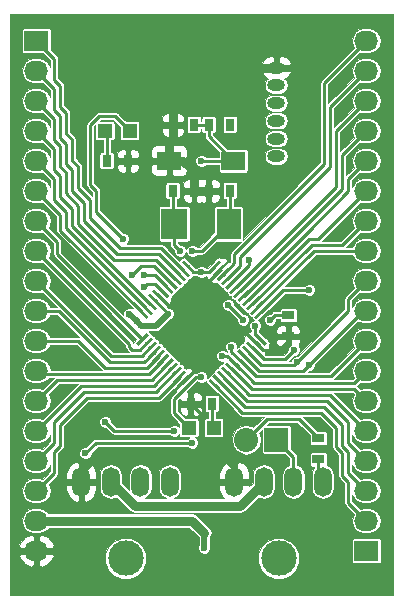
<source format=gbr>
G04 #@! TF.FileFunction,Copper,L1,Top,Signal*
%FSLAX46Y46*%
G04 Gerber Fmt 4.6, Leading zero omitted, Abs format (unit mm)*
G04 Created by KiCad (PCBNEW 4.0.4-stable) date 11/06/16 21:39:48*
%MOMM*%
%LPD*%
G01*
G04 APERTURE LIST*
%ADD10C,0.100000*%
%ADD11R,0.800000X1.000000*%
%ADD12R,1.198880X1.198880*%
%ADD13O,1.500000X2.500000*%
%ADD14C,3.000000*%
%ADD15R,1.000000X0.800000*%
%ADD16R,2.000000X1.600000*%
%ADD17R,2.200000X2.600000*%
%ADD18R,2.000000X2.600000*%
%ADD19O,1.524000X1.000000*%
%ADD20R,2.032000X1.727200*%
%ADD21O,2.032000X1.727200*%
%ADD22R,2.032000X2.032000*%
%ADD23O,2.032000X2.032000*%
%ADD24C,0.600000*%
%ADD25C,0.250000*%
%ADD26C,0.500000*%
%ADD27C,0.800000*%
%ADD28C,0.026000*%
G04 APERTURE END LIST*
D10*
D11*
X14086000Y-9652000D03*
X15886000Y-9652000D03*
X14086000Y-15240000D03*
X15886000Y-15240000D03*
X18934000Y-15240000D03*
X17134000Y-15240000D03*
D12*
X17559020Y-35306000D03*
X15460980Y-35306000D03*
X8348980Y-10160000D03*
X10447020Y-10160000D03*
D13*
X6350000Y-39878000D03*
X8850000Y-39878000D03*
X11350000Y-39878000D03*
X13850000Y-39878000D03*
D14*
X10100000Y-46378000D03*
D13*
X19304000Y-39878000D03*
X21804000Y-39878000D03*
X24304000Y-39878000D03*
X26804000Y-39878000D03*
D14*
X23054000Y-46378000D03*
D11*
X18934000Y-9652000D03*
X17134000Y-9652000D03*
D15*
X23876000Y-27570000D03*
X23876000Y-25770000D03*
D11*
X17410000Y-33274000D03*
X15610000Y-33274000D03*
X8498000Y-12700000D03*
X10298000Y-12700000D03*
D16*
X19210000Y-12700000D03*
X13810000Y-12700000D03*
D10*
G36*
X14830621Y-21278311D02*
X15007398Y-21101534D01*
X15926637Y-22020773D01*
X15749860Y-22197550D01*
X14830621Y-21278311D01*
X14830621Y-21278311D01*
G37*
G36*
X14477068Y-21631864D02*
X14653845Y-21455087D01*
X15573084Y-22374326D01*
X15396307Y-22551103D01*
X14477068Y-21631864D01*
X14477068Y-21631864D01*
G37*
G36*
X14123514Y-21985418D02*
X14300291Y-21808641D01*
X15219530Y-22727880D01*
X15042753Y-22904657D01*
X14123514Y-21985418D01*
X14123514Y-21985418D01*
G37*
G36*
X13769961Y-22338971D02*
X13946738Y-22162194D01*
X14865977Y-23081433D01*
X14689200Y-23258210D01*
X13769961Y-22338971D01*
X13769961Y-22338971D01*
G37*
G36*
X13416408Y-22692524D02*
X13593185Y-22515747D01*
X14512424Y-23434986D01*
X14335647Y-23611763D01*
X13416408Y-22692524D01*
X13416408Y-22692524D01*
G37*
G36*
X13062854Y-23046078D02*
X13239631Y-22869301D01*
X14158870Y-23788540D01*
X13982093Y-23965317D01*
X13062854Y-23046078D01*
X13062854Y-23046078D01*
G37*
G36*
X12709301Y-23399631D02*
X12886078Y-23222854D01*
X13805317Y-24142093D01*
X13628540Y-24318870D01*
X12709301Y-23399631D01*
X12709301Y-23399631D01*
G37*
G36*
X12355747Y-23753185D02*
X12532524Y-23576408D01*
X13451763Y-24495647D01*
X13274986Y-24672424D01*
X12355747Y-23753185D01*
X12355747Y-23753185D01*
G37*
G36*
X12002194Y-24106738D02*
X12178971Y-23929961D01*
X13098210Y-24849200D01*
X12921433Y-25025977D01*
X12002194Y-24106738D01*
X12002194Y-24106738D01*
G37*
G36*
X11648641Y-24460291D02*
X11825418Y-24283514D01*
X12744657Y-25202753D01*
X12567880Y-25379530D01*
X11648641Y-24460291D01*
X11648641Y-24460291D01*
G37*
G36*
X11295087Y-24813845D02*
X11471864Y-24637068D01*
X12391103Y-25556307D01*
X12214326Y-25733084D01*
X11295087Y-24813845D01*
X11295087Y-24813845D01*
G37*
G36*
X10941534Y-25167398D02*
X11118311Y-24990621D01*
X12037550Y-25909860D01*
X11860773Y-26086637D01*
X10941534Y-25167398D01*
X10941534Y-25167398D01*
G37*
G36*
X11118311Y-28349379D02*
X10941534Y-28172602D01*
X11860773Y-27253363D01*
X12037550Y-27430140D01*
X11118311Y-28349379D01*
X11118311Y-28349379D01*
G37*
G36*
X11471864Y-28702932D02*
X11295087Y-28526155D01*
X12214326Y-27606916D01*
X12391103Y-27783693D01*
X11471864Y-28702932D01*
X11471864Y-28702932D01*
G37*
G36*
X11825418Y-29056486D02*
X11648641Y-28879709D01*
X12567880Y-27960470D01*
X12744657Y-28137247D01*
X11825418Y-29056486D01*
X11825418Y-29056486D01*
G37*
G36*
X12178971Y-29410039D02*
X12002194Y-29233262D01*
X12921433Y-28314023D01*
X13098210Y-28490800D01*
X12178971Y-29410039D01*
X12178971Y-29410039D01*
G37*
G36*
X12532524Y-29763592D02*
X12355747Y-29586815D01*
X13274986Y-28667576D01*
X13451763Y-28844353D01*
X12532524Y-29763592D01*
X12532524Y-29763592D01*
G37*
G36*
X12886078Y-30117146D02*
X12709301Y-29940369D01*
X13628540Y-29021130D01*
X13805317Y-29197907D01*
X12886078Y-30117146D01*
X12886078Y-30117146D01*
G37*
G36*
X13239631Y-30470699D02*
X13062854Y-30293922D01*
X13982093Y-29374683D01*
X14158870Y-29551460D01*
X13239631Y-30470699D01*
X13239631Y-30470699D01*
G37*
G36*
X13593185Y-30824253D02*
X13416408Y-30647476D01*
X14335647Y-29728237D01*
X14512424Y-29905014D01*
X13593185Y-30824253D01*
X13593185Y-30824253D01*
G37*
G36*
X13946738Y-31177806D02*
X13769961Y-31001029D01*
X14689200Y-30081790D01*
X14865977Y-30258567D01*
X13946738Y-31177806D01*
X13946738Y-31177806D01*
G37*
G36*
X14300291Y-31531359D02*
X14123514Y-31354582D01*
X15042753Y-30435343D01*
X15219530Y-30612120D01*
X14300291Y-31531359D01*
X14300291Y-31531359D01*
G37*
G36*
X14653845Y-31884913D02*
X14477068Y-31708136D01*
X15396307Y-30788897D01*
X15573084Y-30965674D01*
X14653845Y-31884913D01*
X14653845Y-31884913D01*
G37*
G36*
X15007398Y-32238466D02*
X14830621Y-32061689D01*
X15749860Y-31142450D01*
X15926637Y-31319227D01*
X15007398Y-32238466D01*
X15007398Y-32238466D01*
G37*
G36*
X17093363Y-31319227D02*
X17270140Y-31142450D01*
X18189379Y-32061689D01*
X18012602Y-32238466D01*
X17093363Y-31319227D01*
X17093363Y-31319227D01*
G37*
G36*
X17446916Y-30965674D02*
X17623693Y-30788897D01*
X18542932Y-31708136D01*
X18366155Y-31884913D01*
X17446916Y-30965674D01*
X17446916Y-30965674D01*
G37*
G36*
X17800470Y-30612120D02*
X17977247Y-30435343D01*
X18896486Y-31354582D01*
X18719709Y-31531359D01*
X17800470Y-30612120D01*
X17800470Y-30612120D01*
G37*
G36*
X18154023Y-30258567D02*
X18330800Y-30081790D01*
X19250039Y-31001029D01*
X19073262Y-31177806D01*
X18154023Y-30258567D01*
X18154023Y-30258567D01*
G37*
G36*
X18507576Y-29905014D02*
X18684353Y-29728237D01*
X19603592Y-30647476D01*
X19426815Y-30824253D01*
X18507576Y-29905014D01*
X18507576Y-29905014D01*
G37*
G36*
X18861130Y-29551460D02*
X19037907Y-29374683D01*
X19957146Y-30293922D01*
X19780369Y-30470699D01*
X18861130Y-29551460D01*
X18861130Y-29551460D01*
G37*
G36*
X19214683Y-29197907D02*
X19391460Y-29021130D01*
X20310699Y-29940369D01*
X20133922Y-30117146D01*
X19214683Y-29197907D01*
X19214683Y-29197907D01*
G37*
G36*
X19568237Y-28844353D02*
X19745014Y-28667576D01*
X20664253Y-29586815D01*
X20487476Y-29763592D01*
X19568237Y-28844353D01*
X19568237Y-28844353D01*
G37*
G36*
X19921790Y-28490800D02*
X20098567Y-28314023D01*
X21017806Y-29233262D01*
X20841029Y-29410039D01*
X19921790Y-28490800D01*
X19921790Y-28490800D01*
G37*
G36*
X20275343Y-28137247D02*
X20452120Y-27960470D01*
X21371359Y-28879709D01*
X21194582Y-29056486D01*
X20275343Y-28137247D01*
X20275343Y-28137247D01*
G37*
G36*
X20628897Y-27783693D02*
X20805674Y-27606916D01*
X21724913Y-28526155D01*
X21548136Y-28702932D01*
X20628897Y-27783693D01*
X20628897Y-27783693D01*
G37*
G36*
X20982450Y-27430140D02*
X21159227Y-27253363D01*
X22078466Y-28172602D01*
X21901689Y-28349379D01*
X20982450Y-27430140D01*
X20982450Y-27430140D01*
G37*
G36*
X21159227Y-26086637D02*
X20982450Y-25909860D01*
X21901689Y-24990621D01*
X22078466Y-25167398D01*
X21159227Y-26086637D01*
X21159227Y-26086637D01*
G37*
G36*
X20805674Y-25733084D02*
X20628897Y-25556307D01*
X21548136Y-24637068D01*
X21724913Y-24813845D01*
X20805674Y-25733084D01*
X20805674Y-25733084D01*
G37*
G36*
X20452120Y-25379530D02*
X20275343Y-25202753D01*
X21194582Y-24283514D01*
X21371359Y-24460291D01*
X20452120Y-25379530D01*
X20452120Y-25379530D01*
G37*
G36*
X20098567Y-25025977D02*
X19921790Y-24849200D01*
X20841029Y-23929961D01*
X21017806Y-24106738D01*
X20098567Y-25025977D01*
X20098567Y-25025977D01*
G37*
G36*
X19745014Y-24672424D02*
X19568237Y-24495647D01*
X20487476Y-23576408D01*
X20664253Y-23753185D01*
X19745014Y-24672424D01*
X19745014Y-24672424D01*
G37*
G36*
X19391460Y-24318870D02*
X19214683Y-24142093D01*
X20133922Y-23222854D01*
X20310699Y-23399631D01*
X19391460Y-24318870D01*
X19391460Y-24318870D01*
G37*
G36*
X19037907Y-23965317D02*
X18861130Y-23788540D01*
X19780369Y-22869301D01*
X19957146Y-23046078D01*
X19037907Y-23965317D01*
X19037907Y-23965317D01*
G37*
G36*
X18684353Y-23611763D02*
X18507576Y-23434986D01*
X19426815Y-22515747D01*
X19603592Y-22692524D01*
X18684353Y-23611763D01*
X18684353Y-23611763D01*
G37*
G36*
X18330800Y-23258210D02*
X18154023Y-23081433D01*
X19073262Y-22162194D01*
X19250039Y-22338971D01*
X18330800Y-23258210D01*
X18330800Y-23258210D01*
G37*
G36*
X17977247Y-22904657D02*
X17800470Y-22727880D01*
X18719709Y-21808641D01*
X18896486Y-21985418D01*
X17977247Y-22904657D01*
X17977247Y-22904657D01*
G37*
G36*
X17623693Y-22551103D02*
X17446916Y-22374326D01*
X18366155Y-21455087D01*
X18542932Y-21631864D01*
X17623693Y-22551103D01*
X17623693Y-22551103D01*
G37*
G36*
X17270140Y-22197550D02*
X17093363Y-22020773D01*
X18012602Y-21101534D01*
X18189379Y-21278311D01*
X17270140Y-22197550D01*
X17270140Y-22197550D01*
G37*
D17*
X14210000Y-18034000D03*
D18*
X18810000Y-18034000D03*
D19*
X22860000Y-4826000D03*
X22860000Y-6326000D03*
X22860000Y-7826000D03*
X22860000Y-9326000D03*
X22860000Y-10826000D03*
X22860000Y-12326000D03*
D20*
X2540000Y-2540000D03*
D21*
X2540000Y-5080000D03*
X2540000Y-7620000D03*
X2540000Y-10160000D03*
X2540000Y-12700000D03*
X2540000Y-15240000D03*
X2540000Y-17780000D03*
X2540000Y-20320000D03*
X2540000Y-22860000D03*
X2540000Y-25400000D03*
X2540000Y-27940000D03*
X2540000Y-30480000D03*
X2540000Y-33020000D03*
X2540000Y-35560000D03*
X2540000Y-38100000D03*
X2540000Y-40640000D03*
X2540000Y-43180000D03*
X2540000Y-45720000D03*
D20*
X30480000Y-45720000D03*
D21*
X30480000Y-43180000D03*
X30480000Y-40640000D03*
X30480000Y-38100000D03*
X30480000Y-35560000D03*
X30480000Y-33020000D03*
X30480000Y-30480000D03*
X30480000Y-27940000D03*
X30480000Y-25400000D03*
X30480000Y-22860000D03*
X30480000Y-20320000D03*
X30480000Y-17780000D03*
X30480000Y-15240000D03*
X30480000Y-12700000D03*
X30480000Y-10160000D03*
X30480000Y-7620000D03*
X30480000Y-5080000D03*
X30480000Y-2540000D03*
D22*
X22860000Y-36322000D03*
D23*
X20320000Y-36322000D03*
D15*
X26416000Y-37984000D03*
X26416000Y-36184000D03*
D24*
X15610000Y-33274000D03*
X16764000Y-17526000D03*
X13462000Y-33528000D03*
X11684000Y-23368000D03*
X16510000Y-12700000D03*
X10668000Y-22352000D03*
X14732000Y-20320000D03*
X15748000Y-20320000D03*
X11684000Y-22352000D03*
X18934000Y-9652000D03*
X16764000Y-45466000D03*
X10414000Y-25654000D03*
X11049000Y-26289000D03*
X16764000Y-44196000D03*
X16510000Y-22098000D03*
X13716000Y-25654000D03*
X21082000Y-26670000D03*
X16510000Y-30988000D03*
X9906000Y-19304000D03*
X20574000Y-21082000D03*
X18796000Y-24892000D03*
X20066000Y-26162000D03*
X22352000Y-26162000D03*
X18288000Y-29210000D03*
X19050000Y-28448000D03*
X8382000Y-34798000D03*
X14224000Y-35560000D03*
X25654000Y-29972000D03*
X6698000Y-37465000D03*
X24638000Y-29718000D03*
X15748000Y-36576000D03*
X24384000Y-28702000D03*
X25654000Y-23622000D03*
D25*
X15610000Y-33274000D02*
X16510000Y-34174000D01*
X16510000Y-34174000D02*
X16510000Y-37846000D01*
D26*
X6350000Y-39878000D02*
X6350000Y-39116000D01*
X6350000Y-39116000D02*
X7620000Y-37846000D01*
X7620000Y-37846000D02*
X16510000Y-37846000D01*
X19304000Y-38608000D02*
X19304000Y-39878000D01*
X16510000Y-37846000D02*
X18542000Y-37846000D01*
X18542000Y-37846000D02*
X19304000Y-38608000D01*
D27*
X15886000Y-15240000D02*
X17134000Y-15240000D01*
X15886000Y-15240000D02*
X15886000Y-13600000D01*
X14986000Y-12700000D02*
X13810000Y-12700000D01*
X15886000Y-13600000D02*
X14986000Y-12700000D01*
X14086000Y-9652000D02*
X14086000Y-8012000D01*
X15494000Y-6604000D02*
X17134000Y-6604000D01*
X14086000Y-8012000D02*
X15494000Y-6604000D01*
X14086000Y-9652000D02*
X14086000Y-10806000D01*
X13810000Y-11082000D02*
X13810000Y-12700000D01*
X14086000Y-10806000D02*
X13810000Y-11082000D01*
D26*
X16764000Y-17526000D02*
X17134000Y-17156000D01*
X17134000Y-17156000D02*
X17134000Y-15240000D01*
D25*
X15106019Y-24892000D02*
X16697010Y-23301009D01*
X17205010Y-22793009D02*
X17994924Y-22003095D01*
X16697010Y-23301009D02*
X17205010Y-22793009D01*
X15025076Y-31336905D02*
X13462000Y-32899981D01*
X13462000Y-32899981D02*
X13462000Y-33528000D01*
X21176905Y-28154924D02*
X21723981Y-28702000D01*
X23114000Y-28702000D02*
X23876000Y-27940000D01*
X21723981Y-28702000D02*
X23114000Y-28702000D01*
X23876000Y-27940000D02*
X23876000Y-27570000D01*
X13810000Y-12700000D02*
X10298000Y-12700000D01*
D27*
X17134000Y-6604000D02*
X18912000Y-4826000D01*
X18912000Y-4826000D02*
X22860000Y-4826000D01*
D25*
X15106019Y-24892000D02*
X16002000Y-24892000D01*
X16002000Y-24892000D02*
X18288000Y-27178000D01*
X18288000Y-27178000D02*
X19183981Y-27178000D01*
X15025076Y-31336905D02*
X19183981Y-27178000D01*
X20199981Y-27178000D02*
X21176905Y-28154924D01*
X19183981Y-27178000D02*
X20199981Y-27178000D01*
X12903755Y-24124416D02*
X13671339Y-24892000D01*
X13671339Y-24892000D02*
X15106019Y-24892000D01*
X15610000Y-33274000D02*
X15460980Y-33423020D01*
X13257309Y-23770862D02*
X12600447Y-23114000D01*
X12600447Y-23114000D02*
X11938000Y-23114000D01*
X11938000Y-23114000D02*
X11684000Y-23368000D01*
X16510000Y-12700000D02*
X19210000Y-12700000D01*
X17134000Y-9652000D02*
X17134000Y-10624000D01*
X17134000Y-10624000D02*
X19210000Y-12700000D01*
X15886000Y-9652000D02*
X17134000Y-9652000D01*
D27*
X8850000Y-39878000D02*
X10882000Y-41910000D01*
X19772000Y-41910000D02*
X21804000Y-39878000D01*
X10882000Y-41910000D02*
X19772000Y-41910000D01*
D25*
X12446000Y-21590000D02*
X11430000Y-21590000D01*
X11430000Y-21590000D02*
X10668000Y-22352000D01*
X12490661Y-21590000D02*
X12446000Y-21590000D01*
X13964416Y-23063755D02*
X12490661Y-21590000D01*
X14210000Y-19798000D02*
X14210000Y-18034000D01*
X14732000Y-20320000D02*
X14210000Y-19798000D01*
X14086000Y-15240000D02*
X14086000Y-17910000D01*
X14086000Y-17910000D02*
X14210000Y-18034000D01*
X18810000Y-18034000D02*
X16524000Y-20320000D01*
X16524000Y-20320000D02*
X15748000Y-20320000D01*
X13610862Y-23417309D02*
X12545553Y-22352000D01*
X12545553Y-22352000D02*
X11684000Y-22352000D01*
X18934000Y-15240000D02*
X18934000Y-17910000D01*
X18934000Y-17910000D02*
X18810000Y-18034000D01*
D26*
X16764000Y-44196000D02*
X16764000Y-45466000D01*
X10414000Y-25654000D02*
X11049000Y-26289000D01*
X12700000Y-26670000D02*
X13716000Y-25654000D01*
X11430000Y-26670000D02*
X12700000Y-26670000D01*
X11049000Y-26289000D02*
X11430000Y-26670000D01*
D25*
X15378629Y-21649542D02*
X15827087Y-22098000D01*
X15827087Y-22098000D02*
X16510000Y-22098000D01*
X15460980Y-35306000D02*
X14224000Y-34069020D01*
X14224000Y-32845087D02*
X15378629Y-31690458D01*
X14224000Y-34069020D02*
X14224000Y-32845087D01*
D27*
X2540000Y-43180000D02*
X15748000Y-43180000D01*
X15748000Y-43180000D02*
X16764000Y-44196000D01*
D25*
X12550202Y-24477969D02*
X13716000Y-25643767D01*
X13716000Y-25643767D02*
X13716000Y-25654000D01*
X16510000Y-22098000D02*
X17192913Y-22098000D01*
X17641371Y-21649542D02*
X17192913Y-22098000D01*
X21082000Y-27352913D02*
X21082000Y-26670000D01*
X21530458Y-27801371D02*
X21082000Y-27352913D01*
X15378629Y-31690458D02*
X16081087Y-30988000D01*
X16081087Y-30988000D02*
X16510000Y-30988000D01*
X17410000Y-33274000D02*
X17410000Y-35156980D01*
X17410000Y-35156980D02*
X17559020Y-35306000D01*
X8498000Y-12700000D02*
X8498000Y-10309020D01*
X8498000Y-10309020D02*
X8348980Y-10160000D01*
X7112000Y-14732000D02*
X7620000Y-15240000D01*
X7620000Y-15240000D02*
X7620000Y-17018000D01*
X7112000Y-14732000D02*
X7112000Y-9652000D01*
X7112000Y-9652000D02*
X7874000Y-8890000D01*
X9906000Y-19304000D02*
X7620000Y-17018000D01*
X10447020Y-10160000D02*
X9177020Y-8890000D01*
X9177020Y-8890000D02*
X7874000Y-8890000D01*
X2540000Y-30480000D02*
X2794000Y-30734000D01*
X2794000Y-30734000D02*
X12092447Y-30734000D01*
X12092447Y-30734000D02*
X13257309Y-29569138D01*
X2540000Y-30480000D02*
X2794000Y-30226000D01*
X22860000Y-36322000D02*
X24304000Y-37766000D01*
X24304000Y-37766000D02*
X24304000Y-39878000D01*
X24130000Y-39704000D02*
X24304000Y-39878000D01*
X26416000Y-37984000D02*
X26416000Y-39490000D01*
X26416000Y-39490000D02*
X26804000Y-39878000D01*
X23876000Y-25770000D02*
X22744000Y-25770000D01*
X20574000Y-21545339D02*
X20574000Y-21082000D01*
X18796000Y-24892000D02*
X20066000Y-26162000D01*
X20574000Y-21545339D02*
X19055584Y-23063755D01*
X22744000Y-25770000D02*
X22352000Y-26162000D01*
X30480000Y-30480000D02*
X29464000Y-31496000D01*
X20982447Y-31496000D02*
X19409138Y-29922691D01*
X29464000Y-31496000D02*
X20982447Y-31496000D01*
X18696447Y-29210000D02*
X18288000Y-29210000D01*
X19409138Y-29922691D02*
X18696447Y-29210000D01*
X29972000Y-30988000D02*
X30480000Y-30480000D01*
X30226000Y-30226000D02*
X30480000Y-30480000D01*
X19762691Y-29569138D02*
X21123555Y-30930002D01*
X27489998Y-30930002D02*
X30480000Y-27940000D01*
X21123555Y-30930002D02*
X27489998Y-30930002D01*
X19762691Y-29569138D02*
X19050000Y-28856447D01*
X19050000Y-28856447D02*
X19050000Y-28448000D01*
X30480000Y-25400000D02*
X30226000Y-25400000D01*
X30226000Y-25400000D02*
X25654000Y-29972000D01*
X8382000Y-34798000D02*
X9144000Y-35560000D01*
X9144000Y-35560000D02*
X14224000Y-35560000D01*
X20116245Y-29215584D02*
X21380661Y-30480000D01*
X25146000Y-30480000D02*
X25400000Y-30226000D01*
X25400000Y-30226000D02*
X25654000Y-29972000D01*
X21380661Y-30480000D02*
X25146000Y-30480000D01*
X24384000Y-29972000D02*
X28956000Y-25400000D01*
X28956000Y-24384000D02*
X30480000Y-22860000D01*
X28956000Y-25400000D02*
X28956000Y-24384000D01*
X7587000Y-36576000D02*
X15748000Y-36576000D01*
X7587000Y-36576000D02*
X6698000Y-37465000D01*
X20469798Y-28862031D02*
X21579767Y-29972000D01*
X24384000Y-29972000D02*
X24638000Y-29718000D01*
X21579767Y-29972000D02*
X24384000Y-29972000D01*
X20823351Y-28508478D02*
X21778873Y-29464000D01*
X23622000Y-29464000D02*
X24384000Y-28702000D01*
X21778873Y-29464000D02*
X23622000Y-29464000D01*
X21530458Y-25538629D02*
X23447087Y-23622000D01*
X23447087Y-23622000D02*
X25654000Y-23622000D01*
X21530458Y-25538629D02*
X21923087Y-25146000D01*
X2540000Y-2540000D02*
X4064000Y-4064000D01*
X13087981Y-20066000D02*
X15025076Y-22003095D01*
X9652000Y-20066000D02*
X13087981Y-20066000D01*
X7112000Y-17526000D02*
X9652000Y-20066000D01*
X7112000Y-16002000D02*
X7112000Y-17526000D01*
X6096000Y-14986000D02*
X7112000Y-16002000D01*
X6096000Y-13208000D02*
X6096000Y-14986000D01*
X5530002Y-12642002D02*
X6096000Y-13208000D01*
X5530002Y-10864002D02*
X5530002Y-12642002D01*
X5080000Y-10414000D02*
X5530002Y-10864002D01*
X5080000Y-8636000D02*
X5080000Y-10414000D01*
X4572000Y-8128000D02*
X5080000Y-8636000D01*
X4572000Y-6350000D02*
X4572000Y-8128000D01*
X4064000Y-5842000D02*
X4572000Y-6350000D01*
X4064000Y-4064000D02*
X4064000Y-5842000D01*
X14671522Y-22356649D02*
X12888873Y-20574000D01*
X4064000Y-6604000D02*
X2540000Y-5080000D01*
X4064000Y-8382000D02*
X4064000Y-6604000D01*
X4572000Y-8890000D02*
X4064000Y-8382000D01*
X4572000Y-10793602D02*
X4572000Y-8890000D01*
X5080000Y-11301602D02*
X4572000Y-10793602D01*
X5080000Y-13011998D02*
X5080000Y-11301602D01*
X5588000Y-13519998D02*
X5080000Y-13011998D01*
X5588000Y-15240000D02*
X5588000Y-13519998D01*
X6604000Y-16256000D02*
X5588000Y-15240000D01*
X6604000Y-17780000D02*
X6604000Y-16256000D01*
X9398000Y-20574000D02*
X6604000Y-17780000D01*
X12888873Y-20574000D02*
X9398000Y-20574000D01*
X2540000Y-7620000D02*
X4064000Y-9144000D01*
X12689767Y-21082000D02*
X14317969Y-22710202D01*
X9144000Y-21082000D02*
X12689767Y-21082000D01*
X6096000Y-18034000D02*
X9144000Y-21082000D01*
X6096000Y-16510000D02*
X6096000Y-18034000D01*
X5022002Y-15436002D02*
X6096000Y-16510000D01*
X5022002Y-13658002D02*
X5022002Y-15436002D01*
X4572000Y-13208000D02*
X5022002Y-13658002D01*
X4572000Y-11430000D02*
X4572000Y-13208000D01*
X4064000Y-10922000D02*
X4572000Y-11430000D01*
X4064000Y-9144000D02*
X4064000Y-10922000D01*
X12196649Y-24831522D02*
X5588000Y-18222873D01*
X4064000Y-11684000D02*
X2540000Y-10160000D01*
X4064000Y-13462000D02*
X4064000Y-11684000D01*
X4572000Y-13970000D02*
X4064000Y-13462000D01*
X4572000Y-15748000D02*
X4572000Y-13970000D01*
X5588000Y-16764000D02*
X4572000Y-15748000D01*
X5588000Y-18222873D02*
X5588000Y-16764000D01*
X11843095Y-25185076D02*
X5080000Y-18421981D01*
X4064000Y-14224000D02*
X2540000Y-12700000D01*
X4064000Y-16002000D02*
X4064000Y-14224000D01*
X5080000Y-17018000D02*
X4064000Y-16002000D01*
X5080000Y-18421981D02*
X5080000Y-17018000D01*
X11489542Y-25538629D02*
X4572000Y-18621087D01*
X4572000Y-17272000D02*
X2540000Y-15240000D01*
X4572000Y-18621087D02*
X4572000Y-17272000D01*
X11096913Y-25146000D02*
X11489542Y-25538629D01*
X11489542Y-25538629D02*
X11350913Y-25400000D01*
X2540000Y-40640000D02*
X4064000Y-39116000D01*
X12888873Y-32766000D02*
X14671522Y-30983351D01*
X6858000Y-32766000D02*
X12888873Y-32766000D01*
X4572000Y-35052000D02*
X6858000Y-32766000D01*
X4572000Y-36830000D02*
X4572000Y-35052000D01*
X4064000Y-37338000D02*
X4572000Y-36830000D01*
X4064000Y-39116000D02*
X4064000Y-37338000D01*
X14317969Y-30629798D02*
X12689767Y-32258000D01*
X4064000Y-36576000D02*
X2540000Y-38100000D01*
X4064000Y-34798000D02*
X4064000Y-36576000D01*
X6604000Y-32258000D02*
X4064000Y-34798000D01*
X12689767Y-32258000D02*
X6604000Y-32258000D01*
X2540000Y-35560000D02*
X6350000Y-31750000D01*
X12490661Y-31750000D02*
X13964416Y-30276245D01*
X6350000Y-31750000D02*
X12490661Y-31750000D01*
X13610862Y-29922691D02*
X12291553Y-31242000D01*
X4318000Y-31242000D02*
X2540000Y-33020000D01*
X12291553Y-31242000D02*
X4318000Y-31242000D01*
X12903755Y-29215584D02*
X11893339Y-30226000D01*
X6096000Y-27940000D02*
X2540000Y-27940000D01*
X8382000Y-30226000D02*
X6096000Y-27940000D01*
X11893339Y-30226000D02*
X8382000Y-30226000D01*
X2540000Y-25400000D02*
X4443602Y-25400000D01*
X11694233Y-29718000D02*
X12550202Y-28862031D01*
X8761602Y-29718000D02*
X11694233Y-29718000D01*
X4443602Y-25400000D02*
X8761602Y-29718000D01*
X12196649Y-28508478D02*
X11495127Y-29210000D01*
X8890000Y-29210000D02*
X2540000Y-22860000D01*
X10414000Y-29210000D02*
X8890000Y-29210000D01*
X11495127Y-29210000D02*
X10414000Y-29210000D01*
X2540000Y-20320000D02*
X10414000Y-28194000D01*
X10414000Y-28194000D02*
X10414000Y-28448000D01*
X11843095Y-28154924D02*
X11296019Y-28702000D01*
X10668000Y-28702000D02*
X10414000Y-28448000D01*
X11296019Y-28702000D02*
X10668000Y-28702000D01*
X11489542Y-27801371D02*
X4318000Y-20629829D01*
X4318000Y-19558000D02*
X2540000Y-17780000D01*
X4318000Y-20629829D02*
X4318000Y-19558000D01*
X11489542Y-27801371D02*
X11350913Y-27940000D01*
X17641371Y-31690458D02*
X19986913Y-34036000D01*
X28956000Y-41656000D02*
X30480000Y-43180000D01*
X28956000Y-39878000D02*
X28956000Y-41656000D01*
X28448000Y-39370000D02*
X28956000Y-39878000D01*
X28448000Y-37466398D02*
X28448000Y-39370000D01*
X27940000Y-36958398D02*
X28448000Y-37466398D01*
X27940000Y-35306000D02*
X27940000Y-36958398D01*
X26670000Y-34036000D02*
X27940000Y-35306000D01*
X19986913Y-34036000D02*
X26670000Y-34036000D01*
X17994924Y-31336905D02*
X20186019Y-33528000D01*
X28956000Y-39116000D02*
X30480000Y-40640000D01*
X28956000Y-37338000D02*
X28956000Y-39116000D01*
X28448000Y-36830000D02*
X28956000Y-37338000D01*
X28448000Y-35052000D02*
X28448000Y-36830000D01*
X26924000Y-33528000D02*
X28448000Y-35052000D01*
X20186019Y-33528000D02*
X26924000Y-33528000D01*
X18348478Y-30983351D02*
X20385127Y-33020000D01*
X28956000Y-36576000D02*
X30480000Y-38100000D01*
X28956000Y-34798000D02*
X28956000Y-36576000D01*
X27178000Y-33020000D02*
X28956000Y-34798000D01*
X20385127Y-33020000D02*
X27178000Y-33020000D01*
X18702031Y-30629798D02*
X20584233Y-32512000D01*
X27432000Y-32512000D02*
X30480000Y-35560000D01*
X20584233Y-32512000D02*
X27432000Y-32512000D01*
X19055584Y-30276245D02*
X20783339Y-32004000D01*
X29464000Y-32004000D02*
X30480000Y-33020000D01*
X20783339Y-32004000D02*
X29464000Y-32004000D01*
X21176905Y-25185076D02*
X26041981Y-20320000D01*
X26041981Y-20320000D02*
X30480000Y-20320000D01*
X20823351Y-24831522D02*
X25842873Y-19812000D01*
X28448000Y-19812000D02*
X30480000Y-17780000D01*
X25842873Y-19812000D02*
X28448000Y-19812000D01*
X28956000Y-16764000D02*
X26416000Y-19304000D01*
X20469798Y-24477969D02*
X25643767Y-19304000D01*
X25643767Y-19304000D02*
X26416000Y-19304000D01*
X28956000Y-16764000D02*
X30480000Y-15240000D01*
X25422331Y-18818330D02*
X28956000Y-15284661D01*
X28956000Y-15284661D02*
X28956000Y-15240000D01*
X20116245Y-24124416D02*
X25422331Y-18818330D01*
X28956000Y-14224000D02*
X30480000Y-12700000D01*
X28956000Y-15240000D02*
X28956000Y-14224000D01*
X19762691Y-23770862D02*
X28448000Y-15085553D01*
X28448000Y-12192000D02*
X30480000Y-10160000D01*
X28448000Y-15085553D02*
X28448000Y-12192000D01*
X30480000Y-7620000D02*
X27940000Y-10160000D01*
X27940000Y-11880002D02*
X27940000Y-11938000D01*
X27940000Y-10160000D02*
X27940000Y-11880002D01*
X19409138Y-23417309D02*
X27940000Y-14886447D01*
X27940000Y-14886447D02*
X27940000Y-11938000D01*
X30480000Y-5080000D02*
X27432000Y-8128000D01*
X27432000Y-8128000D02*
X27432000Y-9906000D01*
X18702031Y-22710202D02*
X19812000Y-21600233D01*
X27432000Y-13208000D02*
X27432000Y-9906000D01*
X19812000Y-20828000D02*
X27432000Y-13208000D01*
X19812000Y-21600233D02*
X19812000Y-20828000D01*
X18348478Y-22356649D02*
X19304000Y-21401127D01*
X26924000Y-6096000D02*
X30480000Y-2540000D01*
X26924000Y-12954000D02*
X26924000Y-6096000D01*
X19304000Y-20574000D02*
X26924000Y-12954000D01*
X19304000Y-21401127D02*
X19304000Y-20574000D01*
X26416000Y-36184000D02*
X24776000Y-34544000D01*
X22098000Y-34544000D02*
X20320000Y-36322000D01*
X24776000Y-34544000D02*
X22098000Y-34544000D01*
D28*
G36*
X32732000Y-49496000D02*
X288000Y-49496000D01*
X288000Y-46171326D01*
X1078622Y-46171326D01*
X1221607Y-46457627D01*
X1592641Y-46847685D01*
X2084700Y-47066063D01*
X2299000Y-46966625D01*
X2299000Y-45961000D01*
X2781000Y-45961000D01*
X2781000Y-46966625D01*
X2995300Y-47066063D01*
X3487359Y-46847685D01*
X3611440Y-46717242D01*
X8386703Y-46717242D01*
X8646942Y-47347069D01*
X9128396Y-47829364D01*
X9757768Y-48090702D01*
X10439242Y-48091297D01*
X11069069Y-47831058D01*
X11551364Y-47349604D01*
X11812702Y-46720232D01*
X11812704Y-46717242D01*
X21340703Y-46717242D01*
X21600942Y-47347069D01*
X22082396Y-47829364D01*
X22711768Y-48090702D01*
X23393242Y-48091297D01*
X24023069Y-47831058D01*
X24505364Y-47349604D01*
X24766702Y-46720232D01*
X24767297Y-46038758D01*
X24507058Y-45408931D01*
X24025604Y-44926636D01*
X23856457Y-44856400D01*
X29246828Y-44856400D01*
X29246828Y-46583600D01*
X29261680Y-46662533D01*
X29308329Y-46735028D01*
X29379508Y-46783662D01*
X29464000Y-46800772D01*
X31496000Y-46800772D01*
X31574933Y-46785920D01*
X31647428Y-46739271D01*
X31696062Y-46668092D01*
X31713172Y-46583600D01*
X31713172Y-44856400D01*
X31698320Y-44777467D01*
X31651671Y-44704972D01*
X31580492Y-44656338D01*
X31496000Y-44639228D01*
X29464000Y-44639228D01*
X29385067Y-44654080D01*
X29312572Y-44700729D01*
X29263938Y-44771908D01*
X29246828Y-44856400D01*
X23856457Y-44856400D01*
X23396232Y-44665298D01*
X22714758Y-44664703D01*
X22084931Y-44924942D01*
X21602636Y-45406396D01*
X21341298Y-46035768D01*
X21340703Y-46717242D01*
X11812704Y-46717242D01*
X11813297Y-46038758D01*
X11553058Y-45408931D01*
X11071604Y-44926636D01*
X10442232Y-44665298D01*
X9760758Y-44664703D01*
X9130931Y-44924942D01*
X8648636Y-45406396D01*
X8387298Y-46035768D01*
X8386703Y-46717242D01*
X3611440Y-46717242D01*
X3858393Y-46457627D01*
X4001378Y-46171326D01*
X3923380Y-45961000D01*
X2781000Y-45961000D01*
X2299000Y-45961000D01*
X1156620Y-45961000D01*
X1078622Y-46171326D01*
X288000Y-46171326D01*
X288000Y-45268674D01*
X1078622Y-45268674D01*
X1156620Y-45479000D01*
X2299000Y-45479000D01*
X2299000Y-44473375D01*
X2781000Y-44473375D01*
X2781000Y-45479000D01*
X3923380Y-45479000D01*
X4001378Y-45268674D01*
X3858393Y-44982373D01*
X3487359Y-44592315D01*
X2995300Y-44373937D01*
X2781000Y-44473375D01*
X2299000Y-44473375D01*
X2084700Y-44373937D01*
X1592641Y-44592315D01*
X1221607Y-44982373D01*
X1078622Y-45268674D01*
X288000Y-45268674D01*
X288000Y-43180000D01*
X1286922Y-43180000D01*
X1368873Y-43591997D01*
X1602251Y-43941271D01*
X1951525Y-44174649D01*
X2363522Y-44256600D01*
X2716478Y-44256600D01*
X3128475Y-44174649D01*
X3477749Y-43941271D01*
X3576821Y-43793000D01*
X15494088Y-43793000D01*
X16301000Y-44599912D01*
X16301000Y-45243314D01*
X16251090Y-45363510D01*
X16250911Y-45567594D01*
X16328846Y-45756211D01*
X16473030Y-45900646D01*
X16661510Y-45978910D01*
X16865594Y-45979089D01*
X17054211Y-45901154D01*
X17198646Y-45756970D01*
X17276910Y-45568490D01*
X17277089Y-45364406D01*
X17227000Y-45243181D01*
X17227000Y-44585240D01*
X17330338Y-44430585D01*
X17376999Y-44196000D01*
X17330338Y-43961415D01*
X17197456Y-43762544D01*
X16181456Y-42746544D01*
X15982585Y-42613662D01*
X15748000Y-42567000D01*
X3576821Y-42567000D01*
X3477749Y-42418729D01*
X3128475Y-42185351D01*
X2716478Y-42103400D01*
X2363522Y-42103400D01*
X1951525Y-42185351D01*
X1602251Y-42418729D01*
X1368873Y-42768003D01*
X1286922Y-43180000D01*
X288000Y-43180000D01*
X288000Y-5080000D01*
X1286922Y-5080000D01*
X1368873Y-5491997D01*
X1602251Y-5841271D01*
X1951525Y-6074649D01*
X2363522Y-6156600D01*
X2716478Y-6156600D01*
X3068562Y-6086566D01*
X3726000Y-6744004D01*
X3726000Y-7282775D01*
X3711127Y-7208003D01*
X3477749Y-6858729D01*
X3128475Y-6625351D01*
X2716478Y-6543400D01*
X2363522Y-6543400D01*
X1951525Y-6625351D01*
X1602251Y-6858729D01*
X1368873Y-7208003D01*
X1286922Y-7620000D01*
X1368873Y-8031997D01*
X1602251Y-8381271D01*
X1951525Y-8614649D01*
X2363522Y-8696600D01*
X2716478Y-8696600D01*
X3068562Y-8626566D01*
X3726000Y-9284004D01*
X3726000Y-9822775D01*
X3711127Y-9748003D01*
X3477749Y-9398729D01*
X3128475Y-9165351D01*
X2716478Y-9083400D01*
X2363522Y-9083400D01*
X1951525Y-9165351D01*
X1602251Y-9398729D01*
X1368873Y-9748003D01*
X1286922Y-10160000D01*
X1368873Y-10571997D01*
X1602251Y-10921271D01*
X1951525Y-11154649D01*
X2363522Y-11236600D01*
X2716478Y-11236600D01*
X3068562Y-11166566D01*
X3726000Y-11824004D01*
X3726000Y-12362775D01*
X3711127Y-12288003D01*
X3477749Y-11938729D01*
X3128475Y-11705351D01*
X2716478Y-11623400D01*
X2363522Y-11623400D01*
X1951525Y-11705351D01*
X1602251Y-11938729D01*
X1368873Y-12288003D01*
X1286922Y-12700000D01*
X1368873Y-13111997D01*
X1602251Y-13461271D01*
X1951525Y-13694649D01*
X2363522Y-13776600D01*
X2716478Y-13776600D01*
X3068562Y-13706566D01*
X3726000Y-14364004D01*
X3726000Y-14902775D01*
X3711127Y-14828003D01*
X3477749Y-14478729D01*
X3128475Y-14245351D01*
X2716478Y-14163400D01*
X2363522Y-14163400D01*
X1951525Y-14245351D01*
X1602251Y-14478729D01*
X1368873Y-14828003D01*
X1286922Y-15240000D01*
X1368873Y-15651997D01*
X1602251Y-16001271D01*
X1951525Y-16234649D01*
X2363522Y-16316600D01*
X2716478Y-16316600D01*
X3068562Y-16246566D01*
X4234000Y-17412004D01*
X4234000Y-18621087D01*
X4259729Y-18750434D01*
X4332998Y-18860089D01*
X10683240Y-25210331D01*
X10516490Y-25141090D01*
X10312406Y-25140911D01*
X10123789Y-25218846D01*
X9979354Y-25363030D01*
X9901090Y-25551510D01*
X9900929Y-25734754D01*
X4656000Y-20489825D01*
X4656000Y-19558000D01*
X4630271Y-19428653D01*
X4557002Y-19318998D01*
X3598524Y-18360520D01*
X3711127Y-18191997D01*
X3793078Y-17780000D01*
X3711127Y-17368003D01*
X3477749Y-17018729D01*
X3128475Y-16785351D01*
X2716478Y-16703400D01*
X2363522Y-16703400D01*
X1951525Y-16785351D01*
X1602251Y-17018729D01*
X1368873Y-17368003D01*
X1286922Y-17780000D01*
X1368873Y-18191997D01*
X1602251Y-18541271D01*
X1951525Y-18774649D01*
X2363522Y-18856600D01*
X2716478Y-18856600D01*
X3068562Y-18786566D01*
X3980000Y-19698004D01*
X3980000Y-20629829D01*
X4005729Y-20759176D01*
X4078998Y-20868831D01*
X11008588Y-27798421D01*
X10787970Y-28019038D01*
X10742658Y-28085354D01*
X10736258Y-28114859D01*
X10726271Y-28064653D01*
X10653002Y-27954998D01*
X3598524Y-20900520D01*
X3711127Y-20731997D01*
X3793078Y-20320000D01*
X3711127Y-19908003D01*
X3477749Y-19558729D01*
X3128475Y-19325351D01*
X2716478Y-19243400D01*
X2363522Y-19243400D01*
X1951525Y-19325351D01*
X1602251Y-19558729D01*
X1368873Y-19908003D01*
X1286922Y-20320000D01*
X1368873Y-20731997D01*
X1602251Y-21081271D01*
X1951525Y-21314649D01*
X2363522Y-21396600D01*
X2716478Y-21396600D01*
X3068562Y-21326566D01*
X10076000Y-28334004D01*
X10076000Y-28448000D01*
X10101729Y-28577347D01*
X10174998Y-28687002D01*
X10359996Y-28872000D01*
X9030004Y-28872000D01*
X3598524Y-23440520D01*
X3711127Y-23271997D01*
X3793078Y-22860000D01*
X3711127Y-22448003D01*
X3477749Y-22098729D01*
X3128475Y-21865351D01*
X2716478Y-21783400D01*
X2363522Y-21783400D01*
X1951525Y-21865351D01*
X1602251Y-22098729D01*
X1368873Y-22448003D01*
X1286922Y-22860000D01*
X1368873Y-23271997D01*
X1602251Y-23621271D01*
X1951525Y-23854649D01*
X2363522Y-23936600D01*
X2716478Y-23936600D01*
X3068562Y-23866566D01*
X4263996Y-25062000D01*
X3725846Y-25062000D01*
X3711127Y-24988003D01*
X3477749Y-24638729D01*
X3128475Y-24405351D01*
X2716478Y-24323400D01*
X2363522Y-24323400D01*
X1951525Y-24405351D01*
X1602251Y-24638729D01*
X1368873Y-24988003D01*
X1286922Y-25400000D01*
X1368873Y-25811997D01*
X1602251Y-26161271D01*
X1951525Y-26394649D01*
X2363522Y-26476600D01*
X2716478Y-26476600D01*
X3128475Y-26394649D01*
X3477749Y-26161271D01*
X3711127Y-25811997D01*
X3725846Y-25738000D01*
X4303598Y-25738000D01*
X6185376Y-27619778D01*
X6096000Y-27602000D01*
X3725846Y-27602000D01*
X3711127Y-27528003D01*
X3477749Y-27178729D01*
X3128475Y-26945351D01*
X2716478Y-26863400D01*
X2363522Y-26863400D01*
X1951525Y-26945351D01*
X1602251Y-27178729D01*
X1368873Y-27528003D01*
X1286922Y-27940000D01*
X1368873Y-28351997D01*
X1602251Y-28701271D01*
X1951525Y-28934649D01*
X2363522Y-29016600D01*
X2716478Y-29016600D01*
X3128475Y-28934649D01*
X3477749Y-28701271D01*
X3711127Y-28351997D01*
X3725846Y-28278000D01*
X5955996Y-28278000D01*
X8073996Y-30396000D01*
X3776369Y-30396000D01*
X3711127Y-30068003D01*
X3477749Y-29718729D01*
X3128475Y-29485351D01*
X2716478Y-29403400D01*
X2363522Y-29403400D01*
X1951525Y-29485351D01*
X1602251Y-29718729D01*
X1368873Y-30068003D01*
X1286922Y-30480000D01*
X1368873Y-30891997D01*
X1602251Y-31241271D01*
X1951525Y-31474649D01*
X2363522Y-31556600D01*
X2716478Y-31556600D01*
X3128475Y-31474649D01*
X3477749Y-31241271D01*
X3590853Y-31072000D01*
X4009996Y-31072000D01*
X3068562Y-32013434D01*
X2716478Y-31943400D01*
X2363522Y-31943400D01*
X1951525Y-32025351D01*
X1602251Y-32258729D01*
X1368873Y-32608003D01*
X1286922Y-33020000D01*
X1368873Y-33431997D01*
X1602251Y-33781271D01*
X1951525Y-34014649D01*
X2363522Y-34096600D01*
X2716478Y-34096600D01*
X3128475Y-34014649D01*
X3477749Y-33781271D01*
X3711127Y-33431997D01*
X3793078Y-33020000D01*
X3711127Y-32608003D01*
X3598524Y-32439480D01*
X4458004Y-31580000D01*
X6041996Y-31580000D01*
X3068562Y-34553434D01*
X2716478Y-34483400D01*
X2363522Y-34483400D01*
X1951525Y-34565351D01*
X1602251Y-34798729D01*
X1368873Y-35148003D01*
X1286922Y-35560000D01*
X1368873Y-35971997D01*
X1602251Y-36321271D01*
X1951525Y-36554649D01*
X2363522Y-36636600D01*
X2716478Y-36636600D01*
X3128475Y-36554649D01*
X3477749Y-36321271D01*
X3711127Y-35971997D01*
X3726000Y-35897225D01*
X3726000Y-36435996D01*
X3068562Y-37093434D01*
X2716478Y-37023400D01*
X2363522Y-37023400D01*
X1951525Y-37105351D01*
X1602251Y-37338729D01*
X1368873Y-37688003D01*
X1286922Y-38100000D01*
X1368873Y-38511997D01*
X1602251Y-38861271D01*
X1951525Y-39094649D01*
X2363522Y-39176600D01*
X2716478Y-39176600D01*
X3128475Y-39094649D01*
X3477749Y-38861271D01*
X3711127Y-38511997D01*
X3726000Y-38437225D01*
X3726000Y-38975996D01*
X3068562Y-39633434D01*
X2716478Y-39563400D01*
X2363522Y-39563400D01*
X1951525Y-39645351D01*
X1602251Y-39878729D01*
X1368873Y-40228003D01*
X1286922Y-40640000D01*
X1368873Y-41051997D01*
X1602251Y-41401271D01*
X1951525Y-41634649D01*
X2363522Y-41716600D01*
X2716478Y-41716600D01*
X3128475Y-41634649D01*
X3477749Y-41401271D01*
X3711127Y-41051997D01*
X3793078Y-40640000D01*
X3711127Y-40228003D01*
X3638294Y-40119000D01*
X5079000Y-40119000D01*
X5079000Y-40619000D01*
X5267976Y-41087046D01*
X5621680Y-41447146D01*
X5916746Y-41572877D01*
X6109000Y-41493002D01*
X6109000Y-40119000D01*
X6591000Y-40119000D01*
X6591000Y-41493002D01*
X6783254Y-41572877D01*
X7078320Y-41447146D01*
X7432024Y-41087046D01*
X7621000Y-40619000D01*
X7621000Y-40119000D01*
X6591000Y-40119000D01*
X6109000Y-40119000D01*
X5079000Y-40119000D01*
X3638294Y-40119000D01*
X3598524Y-40059480D01*
X4303002Y-39355002D01*
X4376271Y-39245347D01*
X4397822Y-39137000D01*
X5079000Y-39137000D01*
X5079000Y-39637000D01*
X6109000Y-39637000D01*
X6109000Y-38262998D01*
X6591000Y-38262998D01*
X6591000Y-39637000D01*
X7621000Y-39637000D01*
X7621000Y-39349338D01*
X7887000Y-39349338D01*
X7887000Y-40406662D01*
X7960304Y-40775186D01*
X8169056Y-41087606D01*
X8481476Y-41296358D01*
X8850000Y-41369662D01*
X9218524Y-41296358D01*
X9328178Y-41223090D01*
X10448544Y-42343456D01*
X10647415Y-42476338D01*
X10882000Y-42523000D01*
X19772000Y-42523000D01*
X20006585Y-42476338D01*
X20205456Y-42343456D01*
X21325822Y-41223090D01*
X21435476Y-41296358D01*
X21804000Y-41369662D01*
X22172524Y-41296358D01*
X22484944Y-41087606D01*
X22693696Y-40775186D01*
X22767000Y-40406662D01*
X22767000Y-39349338D01*
X22693696Y-38980814D01*
X22484944Y-38668394D01*
X22172524Y-38459642D01*
X21804000Y-38386338D01*
X21435476Y-38459642D01*
X21123056Y-38668394D01*
X20914304Y-38980814D01*
X20841000Y-39349338D01*
X20841000Y-39974088D01*
X20575000Y-40240088D01*
X20575000Y-40119000D01*
X19545000Y-40119000D01*
X19545000Y-40139000D01*
X19063000Y-40139000D01*
X19063000Y-40119000D01*
X18033000Y-40119000D01*
X18033000Y-40619000D01*
X18221976Y-41087046D01*
X18428201Y-41297000D01*
X14215296Y-41297000D01*
X14218524Y-41296358D01*
X14530944Y-41087606D01*
X14739696Y-40775186D01*
X14813000Y-40406662D01*
X14813000Y-39349338D01*
X14770764Y-39137000D01*
X18033000Y-39137000D01*
X18033000Y-39637000D01*
X19063000Y-39637000D01*
X19063000Y-38262998D01*
X19545000Y-38262998D01*
X19545000Y-39637000D01*
X20575000Y-39637000D01*
X20575000Y-39137000D01*
X20386024Y-38668954D01*
X20032320Y-38308854D01*
X19737254Y-38183123D01*
X19545000Y-38262998D01*
X19063000Y-38262998D01*
X18870746Y-38183123D01*
X18575680Y-38308854D01*
X18221976Y-38668954D01*
X18033000Y-39137000D01*
X14770764Y-39137000D01*
X14739696Y-38980814D01*
X14530944Y-38668394D01*
X14218524Y-38459642D01*
X13850000Y-38386338D01*
X13481476Y-38459642D01*
X13169056Y-38668394D01*
X12960304Y-38980814D01*
X12887000Y-39349338D01*
X12887000Y-40406662D01*
X12960304Y-40775186D01*
X13169056Y-41087606D01*
X13481476Y-41296358D01*
X13484704Y-41297000D01*
X11715296Y-41297000D01*
X11718524Y-41296358D01*
X12030944Y-41087606D01*
X12239696Y-40775186D01*
X12313000Y-40406662D01*
X12313000Y-39349338D01*
X12239696Y-38980814D01*
X12030944Y-38668394D01*
X11718524Y-38459642D01*
X11350000Y-38386338D01*
X10981476Y-38459642D01*
X10669056Y-38668394D01*
X10460304Y-38980814D01*
X10387000Y-39349338D01*
X10387000Y-40406662D01*
X10422116Y-40583204D01*
X9813000Y-39974088D01*
X9813000Y-39349338D01*
X9739696Y-38980814D01*
X9530944Y-38668394D01*
X9218524Y-38459642D01*
X8850000Y-38386338D01*
X8481476Y-38459642D01*
X8169056Y-38668394D01*
X7960304Y-38980814D01*
X7887000Y-39349338D01*
X7621000Y-39349338D01*
X7621000Y-39137000D01*
X7432024Y-38668954D01*
X7078320Y-38308854D01*
X6783254Y-38183123D01*
X6591000Y-38262998D01*
X6109000Y-38262998D01*
X5916746Y-38183123D01*
X5621680Y-38308854D01*
X5267976Y-38668954D01*
X5079000Y-39137000D01*
X4397822Y-39137000D01*
X4402000Y-39116000D01*
X4402000Y-37566594D01*
X6184911Y-37566594D01*
X6262846Y-37755211D01*
X6407030Y-37899646D01*
X6595510Y-37977910D01*
X6799594Y-37978089D01*
X6988211Y-37900154D01*
X7132646Y-37755970D01*
X7210910Y-37567490D01*
X7211031Y-37429973D01*
X7727004Y-36914000D01*
X15360552Y-36914000D01*
X15457030Y-37010646D01*
X15645510Y-37088910D01*
X15849594Y-37089089D01*
X16038211Y-37011154D01*
X16182646Y-36866970D01*
X16260910Y-36678490D01*
X16261089Y-36474406D01*
X16183154Y-36285789D01*
X16038970Y-36141354D01*
X15993834Y-36122612D01*
X16060420Y-36122612D01*
X16139353Y-36107760D01*
X16211848Y-36061111D01*
X16260482Y-35989932D01*
X16277592Y-35905440D01*
X16277592Y-34706560D01*
X16742408Y-34706560D01*
X16742408Y-35905440D01*
X16757260Y-35984373D01*
X16803909Y-36056868D01*
X16875088Y-36105502D01*
X16959580Y-36122612D01*
X18158460Y-36122612D01*
X18237393Y-36107760D01*
X18309888Y-36061111D01*
X18358522Y-35989932D01*
X18375632Y-35905440D01*
X18375632Y-34706560D01*
X18360780Y-34627627D01*
X18314131Y-34555132D01*
X18242952Y-34506498D01*
X18158460Y-34489388D01*
X17748000Y-34489388D01*
X17748000Y-33991172D01*
X17810000Y-33991172D01*
X17888933Y-33976320D01*
X17961428Y-33929671D01*
X18010062Y-33858492D01*
X18027172Y-33774000D01*
X18027172Y-32774000D01*
X18012320Y-32695067D01*
X17965671Y-32622572D01*
X17894492Y-32573938D01*
X17810000Y-32556828D01*
X17010000Y-32556828D01*
X16931067Y-32571680D01*
X16858572Y-32618329D01*
X16809938Y-32689508D01*
X16792828Y-32774000D01*
X16792828Y-33774000D01*
X16807680Y-33852933D01*
X16854329Y-33925428D01*
X16925508Y-33974062D01*
X17010000Y-33991172D01*
X17072000Y-33991172D01*
X17072000Y-34489388D01*
X16959580Y-34489388D01*
X16880647Y-34504240D01*
X16808152Y-34550889D01*
X16759518Y-34622068D01*
X16742408Y-34706560D01*
X16277592Y-34706560D01*
X16262740Y-34627627D01*
X16216091Y-34555132D01*
X16144912Y-34506498D01*
X16060420Y-34489388D01*
X15122372Y-34489388D01*
X14562000Y-33929016D01*
X14562000Y-33645250D01*
X14689000Y-33645250D01*
X14689000Y-33877634D01*
X14768318Y-34069123D01*
X14914878Y-34215683D01*
X15106367Y-34295000D01*
X15279750Y-34295000D01*
X15410000Y-34164750D01*
X15410000Y-33515000D01*
X15810000Y-33515000D01*
X15810000Y-34164750D01*
X15940250Y-34295000D01*
X16113633Y-34295000D01*
X16305122Y-34215683D01*
X16451682Y-34069123D01*
X16531000Y-33877634D01*
X16531000Y-33645250D01*
X16400750Y-33515000D01*
X15810000Y-33515000D01*
X15410000Y-33515000D01*
X14819250Y-33515000D01*
X14689000Y-33645250D01*
X14562000Y-33645250D01*
X14562000Y-32985091D01*
X14689000Y-32858091D01*
X14689000Y-32902750D01*
X14819250Y-33033000D01*
X15410000Y-33033000D01*
X15410000Y-32383250D01*
X15810000Y-32383250D01*
X15810000Y-33033000D01*
X16400750Y-33033000D01*
X16531000Y-32902750D01*
X16531000Y-32670366D01*
X16451682Y-32478877D01*
X16305122Y-32332317D01*
X16113633Y-32253000D01*
X15940250Y-32253000D01*
X15810000Y-32383250D01*
X15410000Y-32383250D01*
X15289871Y-32263121D01*
X16080201Y-31472791D01*
X16092931Y-31454160D01*
X16171779Y-31375312D01*
X16219030Y-31422646D01*
X16407510Y-31500910D01*
X16611594Y-31501089D01*
X16800211Y-31423154D01*
X16881132Y-31342374D01*
X16892153Y-31400947D01*
X16939799Y-31472791D01*
X17859038Y-32392030D01*
X17877669Y-32404760D01*
X19747911Y-34275002D01*
X19857566Y-34348271D01*
X19986913Y-34374000D01*
X21789996Y-34374000D01*
X20916925Y-35247071D01*
X20790318Y-35162474D01*
X20320000Y-35068922D01*
X19849682Y-35162474D01*
X19450966Y-35428888D01*
X19184552Y-35827604D01*
X19091000Y-36297922D01*
X19091000Y-36346078D01*
X19184552Y-36816396D01*
X19450966Y-37215112D01*
X19849682Y-37481526D01*
X20320000Y-37575078D01*
X20790318Y-37481526D01*
X21189034Y-37215112D01*
X21455448Y-36816396D01*
X21549000Y-36346078D01*
X21549000Y-36297922D01*
X21455448Y-35827604D01*
X21390140Y-35729864D01*
X21626828Y-35493176D01*
X21626828Y-37338000D01*
X21641680Y-37416933D01*
X21688329Y-37489428D01*
X21759508Y-37538062D01*
X21844000Y-37555172D01*
X23615168Y-37555172D01*
X23966000Y-37906004D01*
X23966000Y-38453570D01*
X23935476Y-38459642D01*
X23623056Y-38668394D01*
X23414304Y-38980814D01*
X23341000Y-39349338D01*
X23341000Y-40406662D01*
X23414304Y-40775186D01*
X23623056Y-41087606D01*
X23935476Y-41296358D01*
X24304000Y-41369662D01*
X24672524Y-41296358D01*
X24984944Y-41087606D01*
X25193696Y-40775186D01*
X25267000Y-40406662D01*
X25267000Y-39349338D01*
X25193696Y-38980814D01*
X24984944Y-38668394D01*
X24672524Y-38459642D01*
X24642000Y-38453570D01*
X24642000Y-37766000D01*
X24616271Y-37636653D01*
X24581090Y-37584000D01*
X25698828Y-37584000D01*
X25698828Y-38384000D01*
X25713680Y-38462933D01*
X25760329Y-38535428D01*
X25831508Y-38584062D01*
X25916000Y-38601172D01*
X26078000Y-38601172D01*
X26078000Y-38735825D01*
X25914304Y-38980814D01*
X25841000Y-39349338D01*
X25841000Y-40406662D01*
X25914304Y-40775186D01*
X26123056Y-41087606D01*
X26435476Y-41296358D01*
X26804000Y-41369662D01*
X27172524Y-41296358D01*
X27484944Y-41087606D01*
X27693696Y-40775186D01*
X27767000Y-40406662D01*
X27767000Y-39349338D01*
X27693696Y-38980814D01*
X27484944Y-38668394D01*
X27172524Y-38459642D01*
X27119971Y-38449189D01*
X27133172Y-38384000D01*
X27133172Y-37584000D01*
X27118320Y-37505067D01*
X27071671Y-37432572D01*
X27000492Y-37383938D01*
X26916000Y-37366828D01*
X25916000Y-37366828D01*
X25837067Y-37381680D01*
X25764572Y-37428329D01*
X25715938Y-37499508D01*
X25698828Y-37584000D01*
X24581090Y-37584000D01*
X24543002Y-37526998D01*
X24093172Y-37077168D01*
X24093172Y-35306000D01*
X24078320Y-35227067D01*
X24031671Y-35154572D01*
X23960492Y-35105938D01*
X23876000Y-35088828D01*
X22031176Y-35088828D01*
X22238004Y-34882000D01*
X24635996Y-34882000D01*
X25698828Y-35944832D01*
X25698828Y-36584000D01*
X25713680Y-36662933D01*
X25760329Y-36735428D01*
X25831508Y-36784062D01*
X25916000Y-36801172D01*
X26916000Y-36801172D01*
X26994933Y-36786320D01*
X27067428Y-36739671D01*
X27116062Y-36668492D01*
X27133172Y-36584000D01*
X27133172Y-35784000D01*
X27118320Y-35705067D01*
X27071671Y-35632572D01*
X27000492Y-35583938D01*
X26916000Y-35566828D01*
X26276832Y-35566828D01*
X25084004Y-34374000D01*
X26529996Y-34374000D01*
X27602000Y-35446004D01*
X27602000Y-36958398D01*
X27627729Y-37087745D01*
X27700998Y-37197400D01*
X28110000Y-37606402D01*
X28110000Y-39370000D01*
X28135729Y-39499347D01*
X28208998Y-39609002D01*
X28618000Y-40018004D01*
X28618000Y-41656000D01*
X28643729Y-41785347D01*
X28716998Y-41895002D01*
X29421476Y-42599480D01*
X29308873Y-42768003D01*
X29226922Y-43180000D01*
X29308873Y-43591997D01*
X29542251Y-43941271D01*
X29891525Y-44174649D01*
X30303522Y-44256600D01*
X30656478Y-44256600D01*
X31068475Y-44174649D01*
X31417749Y-43941271D01*
X31651127Y-43591997D01*
X31733078Y-43180000D01*
X31651127Y-42768003D01*
X31417749Y-42418729D01*
X31068475Y-42185351D01*
X30656478Y-42103400D01*
X30303522Y-42103400D01*
X29951438Y-42173434D01*
X29294000Y-41515996D01*
X29294000Y-40977225D01*
X29308873Y-41051997D01*
X29542251Y-41401271D01*
X29891525Y-41634649D01*
X30303522Y-41716600D01*
X30656478Y-41716600D01*
X31068475Y-41634649D01*
X31417749Y-41401271D01*
X31651127Y-41051997D01*
X31733078Y-40640000D01*
X31651127Y-40228003D01*
X31417749Y-39878729D01*
X31068475Y-39645351D01*
X30656478Y-39563400D01*
X30303522Y-39563400D01*
X29951438Y-39633434D01*
X29294000Y-38975996D01*
X29294000Y-38437225D01*
X29308873Y-38511997D01*
X29542251Y-38861271D01*
X29891525Y-39094649D01*
X30303522Y-39176600D01*
X30656478Y-39176600D01*
X31068475Y-39094649D01*
X31417749Y-38861271D01*
X31651127Y-38511997D01*
X31733078Y-38100000D01*
X31651127Y-37688003D01*
X31417749Y-37338729D01*
X31068475Y-37105351D01*
X30656478Y-37023400D01*
X30303522Y-37023400D01*
X29951438Y-37093434D01*
X29294000Y-36435996D01*
X29294000Y-35897225D01*
X29308873Y-35971997D01*
X29542251Y-36321271D01*
X29891525Y-36554649D01*
X30303522Y-36636600D01*
X30656478Y-36636600D01*
X31068475Y-36554649D01*
X31417749Y-36321271D01*
X31651127Y-35971997D01*
X31733078Y-35560000D01*
X31651127Y-35148003D01*
X31417749Y-34798729D01*
X31068475Y-34565351D01*
X30656478Y-34483400D01*
X30303522Y-34483400D01*
X29951438Y-34553434D01*
X27740004Y-32342000D01*
X29323996Y-32342000D01*
X29421476Y-32439480D01*
X29308873Y-32608003D01*
X29226922Y-33020000D01*
X29308873Y-33431997D01*
X29542251Y-33781271D01*
X29891525Y-34014649D01*
X30303522Y-34096600D01*
X30656478Y-34096600D01*
X31068475Y-34014649D01*
X31417749Y-33781271D01*
X31651127Y-33431997D01*
X31733078Y-33020000D01*
X31651127Y-32608003D01*
X31417749Y-32258729D01*
X31068475Y-32025351D01*
X30656478Y-31943400D01*
X30303522Y-31943400D01*
X29951438Y-32013434D01*
X29703002Y-31764998D01*
X29680556Y-31750000D01*
X29703002Y-31735002D01*
X29951438Y-31486566D01*
X30303522Y-31556600D01*
X30656478Y-31556600D01*
X31068475Y-31474649D01*
X31417749Y-31241271D01*
X31651127Y-30891997D01*
X31733078Y-30480000D01*
X31651127Y-30068003D01*
X31417749Y-29718729D01*
X31068475Y-29485351D01*
X30656478Y-29403400D01*
X30303522Y-29403400D01*
X29891525Y-29485351D01*
X29542251Y-29718729D01*
X29308873Y-30068003D01*
X29226922Y-30480000D01*
X29308873Y-30891997D01*
X29421476Y-31060520D01*
X29323996Y-31158000D01*
X27740004Y-31158000D01*
X29951438Y-28946566D01*
X30303522Y-29016600D01*
X30656478Y-29016600D01*
X31068475Y-28934649D01*
X31417749Y-28701271D01*
X31651127Y-28351997D01*
X31733078Y-27940000D01*
X31651127Y-27528003D01*
X31417749Y-27178729D01*
X31068475Y-26945351D01*
X30656478Y-26863400D01*
X30303522Y-26863400D01*
X29891525Y-26945351D01*
X29542251Y-27178729D01*
X29308873Y-27528003D01*
X29226922Y-27940000D01*
X29308873Y-28351997D01*
X29421476Y-28520520D01*
X27349994Y-30592002D01*
X25512002Y-30592002D01*
X25619035Y-30484969D01*
X25755594Y-30485089D01*
X25944211Y-30407154D01*
X26088646Y-30262970D01*
X26166910Y-30074490D01*
X26167031Y-29936973D01*
X29782322Y-26321682D01*
X29891525Y-26394649D01*
X30303522Y-26476600D01*
X30656478Y-26476600D01*
X31068475Y-26394649D01*
X31417749Y-26161271D01*
X31651127Y-25811997D01*
X31733078Y-25400000D01*
X31651127Y-24988003D01*
X31417749Y-24638729D01*
X31068475Y-24405351D01*
X30656478Y-24323400D01*
X30303522Y-24323400D01*
X29891525Y-24405351D01*
X29542251Y-24638729D01*
X29308873Y-24988003D01*
X29294000Y-25062775D01*
X29294000Y-24524004D01*
X29951438Y-23866566D01*
X30303522Y-23936600D01*
X30656478Y-23936600D01*
X31068475Y-23854649D01*
X31417749Y-23621271D01*
X31651127Y-23271997D01*
X31733078Y-22860000D01*
X31651127Y-22448003D01*
X31417749Y-22098729D01*
X31068475Y-21865351D01*
X30656478Y-21783400D01*
X30303522Y-21783400D01*
X29891525Y-21865351D01*
X29542251Y-22098729D01*
X29308873Y-22448003D01*
X29226922Y-22860000D01*
X29308873Y-23271997D01*
X29421476Y-23440520D01*
X28716998Y-24144998D01*
X28643729Y-24254653D01*
X28618000Y-24384000D01*
X28618000Y-25259996D01*
X24672965Y-29205031D01*
X24536406Y-29204911D01*
X24347789Y-29282846D01*
X24203354Y-29427030D01*
X24125090Y-29615510D01*
X24125074Y-29634000D01*
X23930004Y-29634000D01*
X24349035Y-29214969D01*
X24485594Y-29215089D01*
X24674211Y-29137154D01*
X24818646Y-28992970D01*
X24896910Y-28804490D01*
X24897089Y-28600406D01*
X24819154Y-28411789D01*
X24745149Y-28337656D01*
X24817683Y-28265122D01*
X24897000Y-28073633D01*
X24897000Y-27900250D01*
X24766750Y-27770000D01*
X24117000Y-27770000D01*
X24117000Y-28257255D01*
X24093789Y-28266846D01*
X23949354Y-28411030D01*
X23871090Y-28599510D01*
X23870969Y-28737027D01*
X23481996Y-29126000D01*
X21918877Y-29126000D01*
X21868632Y-29075755D01*
X21868632Y-28935040D01*
X21303124Y-28369531D01*
X21258930Y-28413725D01*
X20918104Y-28072899D01*
X20962298Y-28028705D01*
X20396789Y-27463197D01*
X20212588Y-27463197D01*
X20187214Y-27488571D01*
X20107897Y-27680060D01*
X20107897Y-27887327D01*
X20140185Y-27965277D01*
X20121779Y-27983683D01*
X20076467Y-28049999D01*
X20064799Y-28103790D01*
X20016847Y-28112813D01*
X19945003Y-28160459D01*
X19768226Y-28337236D01*
X19722914Y-28403552D01*
X19711246Y-28457343D01*
X19663294Y-28466366D01*
X19591450Y-28514012D01*
X19562917Y-28542545D01*
X19563089Y-28346406D01*
X19485154Y-28157789D01*
X19340970Y-28013354D01*
X19152490Y-27935090D01*
X18948406Y-27934911D01*
X18759789Y-28012846D01*
X18615354Y-28157030D01*
X18537090Y-28345510D01*
X18536911Y-28549594D01*
X18614846Y-28738211D01*
X18712000Y-28835534D01*
X18712000Y-28856447D01*
X18715862Y-28875862D01*
X18696447Y-28872000D01*
X18675448Y-28872000D01*
X18578970Y-28775354D01*
X18390490Y-28697090D01*
X18186406Y-28696911D01*
X17997789Y-28774846D01*
X17853354Y-28919030D01*
X17775090Y-29107510D01*
X17774911Y-29311594D01*
X17852846Y-29500211D01*
X17997030Y-29644646D01*
X18185510Y-29722910D01*
X18382379Y-29723083D01*
X18354012Y-29751450D01*
X18308700Y-29817766D01*
X18297032Y-29871557D01*
X18249080Y-29880580D01*
X18177236Y-29928226D01*
X18000459Y-30105003D01*
X17955147Y-30171319D01*
X17943479Y-30225110D01*
X17895527Y-30234133D01*
X17823683Y-30281779D01*
X17646906Y-30458556D01*
X17601594Y-30524872D01*
X17589925Y-30578664D01*
X17541973Y-30587687D01*
X17470129Y-30635333D01*
X17293352Y-30812110D01*
X17248040Y-30878426D01*
X17236372Y-30932217D01*
X17188420Y-30941240D01*
X17116576Y-30988886D01*
X17022917Y-31082545D01*
X17023089Y-30886406D01*
X16945154Y-30697789D01*
X16800970Y-30553354D01*
X16612490Y-30475090D01*
X16408406Y-30474911D01*
X16219789Y-30552846D01*
X16122466Y-30650000D01*
X16081087Y-30650000D01*
X16008628Y-30664413D01*
X15989393Y-30645178D01*
X15805192Y-30645178D01*
X15239683Y-31210686D01*
X15283877Y-31254880D01*
X14943051Y-31595706D01*
X14898857Y-31551512D01*
X14333349Y-32117021D01*
X14333349Y-32257734D01*
X13984998Y-32606085D01*
X13911729Y-32715740D01*
X13886000Y-32845087D01*
X13886000Y-34069020D01*
X13911729Y-34198367D01*
X13984998Y-34308022D01*
X14644368Y-34967392D01*
X14644368Y-35254977D01*
X14514970Y-35125354D01*
X14326490Y-35047090D01*
X14122406Y-35046911D01*
X13933789Y-35124846D01*
X13836466Y-35222000D01*
X9284004Y-35222000D01*
X8894969Y-34832965D01*
X8895089Y-34696406D01*
X8817154Y-34507789D01*
X8672970Y-34363354D01*
X8484490Y-34285090D01*
X8280406Y-34284911D01*
X8091789Y-34362846D01*
X7947354Y-34507030D01*
X7869090Y-34695510D01*
X7868911Y-34899594D01*
X7946846Y-35088211D01*
X8091030Y-35232646D01*
X8279510Y-35310910D01*
X8417027Y-35311031D01*
X8904998Y-35799002D01*
X9014653Y-35872271D01*
X9144000Y-35898000D01*
X13836552Y-35898000D01*
X13933030Y-35994646D01*
X14121510Y-36072910D01*
X14325594Y-36073089D01*
X14514211Y-35995154D01*
X14644368Y-35865223D01*
X14644368Y-35905440D01*
X14659220Y-35984373D01*
X14705869Y-36056868D01*
X14777048Y-36105502D01*
X14861540Y-36122612D01*
X15501919Y-36122612D01*
X15457789Y-36140846D01*
X15360466Y-36238000D01*
X7587000Y-36238000D01*
X7457653Y-36263729D01*
X7347998Y-36336998D01*
X6732965Y-36952031D01*
X6596406Y-36951911D01*
X6407789Y-37029846D01*
X6263354Y-37174030D01*
X6185090Y-37362510D01*
X6184911Y-37566594D01*
X4402000Y-37566594D01*
X4402000Y-37478004D01*
X4811002Y-37069002D01*
X4884271Y-36959347D01*
X4910000Y-36830000D01*
X4910000Y-35192004D01*
X6998004Y-33104000D01*
X12888873Y-33104000D01*
X13018220Y-33078271D01*
X13127875Y-33005002D01*
X14104245Y-32028632D01*
X14244960Y-32028632D01*
X14810469Y-31463124D01*
X14766275Y-31418930D01*
X15107101Y-31078104D01*
X15151295Y-31122298D01*
X15716803Y-30556789D01*
X15716803Y-30372588D01*
X15691429Y-30347214D01*
X15499940Y-30267897D01*
X15292673Y-30267897D01*
X15214723Y-30300185D01*
X15196317Y-30281779D01*
X15130001Y-30236467D01*
X15076210Y-30224799D01*
X15067187Y-30176847D01*
X15019541Y-30105003D01*
X14842764Y-29928226D01*
X14776448Y-29882914D01*
X14722657Y-29871246D01*
X14713634Y-29823294D01*
X14665988Y-29751450D01*
X14489211Y-29574673D01*
X14422895Y-29529361D01*
X14369103Y-29517692D01*
X14360080Y-29469740D01*
X14312434Y-29397896D01*
X14135657Y-29221119D01*
X14069341Y-29175807D01*
X14015550Y-29164139D01*
X14006527Y-29116187D01*
X13958881Y-29044343D01*
X13782104Y-28867566D01*
X13715788Y-28822254D01*
X13661996Y-28810585D01*
X13652973Y-28762633D01*
X13605327Y-28690789D01*
X13428550Y-28514012D01*
X13362234Y-28468700D01*
X13308443Y-28457032D01*
X13299420Y-28409080D01*
X13251774Y-28337236D01*
X13074997Y-28160459D01*
X13008681Y-28115147D01*
X12954890Y-28103479D01*
X12945867Y-28055527D01*
X12898221Y-27983683D01*
X12721444Y-27806906D01*
X12655128Y-27761594D01*
X12601336Y-27749925D01*
X12592313Y-27701973D01*
X12544667Y-27630129D01*
X12367890Y-27453352D01*
X12301574Y-27408040D01*
X12247783Y-27396372D01*
X12238760Y-27348420D01*
X12191114Y-27276576D01*
X12047538Y-27133000D01*
X12700000Y-27133000D01*
X12847786Y-27103603D01*
X12877183Y-27097756D01*
X13027390Y-26997390D01*
X13885925Y-26138855D01*
X14006211Y-26089154D01*
X14150646Y-25944970D01*
X14228910Y-25756490D01*
X14229089Y-25552406D01*
X14151154Y-25363789D01*
X14006970Y-25219354D01*
X13818490Y-25141090D01*
X13691215Y-25140978D01*
X13595482Y-25045245D01*
X13595482Y-24993594D01*
X18282911Y-24993594D01*
X18360846Y-25182211D01*
X18505030Y-25326646D01*
X18693510Y-25404910D01*
X18831027Y-25405031D01*
X19553031Y-26127035D01*
X19552911Y-26263594D01*
X19630846Y-26452211D01*
X19775030Y-26596646D01*
X19963510Y-26674910D01*
X20167594Y-26675089D01*
X20356211Y-26597154D01*
X20500646Y-26452970D01*
X20578910Y-26264490D01*
X20579089Y-26060406D01*
X20501154Y-25871789D01*
X20356970Y-25727354D01*
X20168490Y-25649090D01*
X20030973Y-25648969D01*
X19308969Y-24926965D01*
X19309089Y-24790406D01*
X19231154Y-24601789D01*
X19086970Y-24457354D01*
X18898490Y-24379090D01*
X18694406Y-24378911D01*
X18505789Y-24456846D01*
X18361354Y-24601030D01*
X18283090Y-24789510D01*
X18282911Y-24993594D01*
X13595482Y-24993594D01*
X13595482Y-24904532D01*
X13029974Y-24339023D01*
X12985780Y-24383217D01*
X12644954Y-24042391D01*
X12689148Y-23998197D01*
X12675006Y-23984055D01*
X12763394Y-23895667D01*
X12777536Y-23909809D01*
X12821730Y-23865615D01*
X13162556Y-24206441D01*
X13118362Y-24250635D01*
X13683871Y-24816143D01*
X13868072Y-24816143D01*
X13893446Y-24790769D01*
X13972763Y-24599280D01*
X13972763Y-24392013D01*
X13940475Y-24314063D01*
X13958881Y-24295657D01*
X14004193Y-24229341D01*
X14015861Y-24175550D01*
X14063813Y-24166527D01*
X14135657Y-24118881D01*
X14312434Y-23942104D01*
X14357746Y-23875788D01*
X14369415Y-23821996D01*
X14417367Y-23812973D01*
X14489211Y-23765327D01*
X14665988Y-23588550D01*
X14711300Y-23522234D01*
X14722968Y-23468443D01*
X14770920Y-23459420D01*
X14842764Y-23411774D01*
X15019541Y-23234997D01*
X15064853Y-23168681D01*
X15076521Y-23114890D01*
X15124473Y-23105867D01*
X15196317Y-23058221D01*
X15373094Y-22881444D01*
X15418406Y-22815128D01*
X15430075Y-22761336D01*
X15478027Y-22752313D01*
X15549871Y-22704667D01*
X15726648Y-22527890D01*
X15771960Y-22461574D01*
X15779558Y-22426546D01*
X15827087Y-22436000D01*
X16122552Y-22436000D01*
X16219030Y-22532646D01*
X16407510Y-22610910D01*
X16611594Y-22611089D01*
X16800211Y-22533154D01*
X16897534Y-22436000D01*
X16925916Y-22436000D01*
X16925916Y-22477959D01*
X17005233Y-22669448D01*
X17030607Y-22694822D01*
X17214808Y-22694822D01*
X17780317Y-22129314D01*
X17736123Y-22085120D01*
X18076949Y-21744294D01*
X18121143Y-21788488D01*
X18686651Y-21222979D01*
X18686651Y-21038778D01*
X18661277Y-21013404D01*
X18469788Y-20934087D01*
X18262521Y-20934087D01*
X18184571Y-20966375D01*
X18166166Y-20947970D01*
X18099850Y-20902658D01*
X18015602Y-20884383D01*
X17930882Y-20900324D01*
X17859038Y-20947970D01*
X17047008Y-21760000D01*
X16897448Y-21760000D01*
X16800970Y-21663354D01*
X16612490Y-21585090D01*
X16408406Y-21584911D01*
X16219789Y-21662846D01*
X16122466Y-21760000D01*
X15972992Y-21760000D01*
X15160962Y-20947970D01*
X15094646Y-20902658D01*
X15010398Y-20884383D01*
X14925678Y-20900324D01*
X14853834Y-20947970D01*
X14677057Y-21124747D01*
X14655817Y-21155832D01*
X13326983Y-19826998D01*
X13217328Y-19753729D01*
X13087981Y-19728000D01*
X10207384Y-19728000D01*
X10340646Y-19594970D01*
X10418910Y-19406490D01*
X10419089Y-19202406D01*
X10341154Y-19013789D01*
X10196970Y-18869354D01*
X10008490Y-18791090D01*
X9870973Y-18790969D01*
X7958000Y-16877996D01*
X7958000Y-16734000D01*
X12892828Y-16734000D01*
X12892828Y-19334000D01*
X12907680Y-19412933D01*
X12954329Y-19485428D01*
X13025508Y-19534062D01*
X13110000Y-19551172D01*
X13872000Y-19551172D01*
X13872000Y-19798000D01*
X13897729Y-19927347D01*
X13970998Y-20037002D01*
X14219031Y-20285035D01*
X14218911Y-20421594D01*
X14296846Y-20610211D01*
X14441030Y-20754646D01*
X14629510Y-20832910D01*
X14833594Y-20833089D01*
X15022211Y-20755154D01*
X15166646Y-20610970D01*
X15240084Y-20434113D01*
X15312846Y-20610211D01*
X15457030Y-20754646D01*
X15645510Y-20832910D01*
X15849594Y-20833089D01*
X16038211Y-20755154D01*
X16135534Y-20658000D01*
X16524000Y-20658000D01*
X16653347Y-20632271D01*
X16763002Y-20559002D01*
X17777428Y-19544576D01*
X17810000Y-19551172D01*
X19810000Y-19551172D01*
X19857822Y-19542174D01*
X19064998Y-20334998D01*
X18991729Y-20444653D01*
X18966000Y-20574000D01*
X18966000Y-21261123D01*
X18915755Y-21311368D01*
X18775040Y-21311368D01*
X18209531Y-21876876D01*
X18253725Y-21921070D01*
X17912899Y-22261896D01*
X17868705Y-22217702D01*
X17303197Y-22783211D01*
X17303197Y-22967412D01*
X17328571Y-22992786D01*
X17520060Y-23072103D01*
X17727327Y-23072103D01*
X17805277Y-23039815D01*
X17823683Y-23058221D01*
X17889999Y-23103533D01*
X17943790Y-23115201D01*
X17952813Y-23163153D01*
X18000459Y-23234997D01*
X18177236Y-23411774D01*
X18243552Y-23457086D01*
X18297343Y-23468754D01*
X18306366Y-23516706D01*
X18354012Y-23588550D01*
X18530789Y-23765327D01*
X18597105Y-23810639D01*
X18650897Y-23822308D01*
X18659920Y-23870260D01*
X18707566Y-23942104D01*
X18884343Y-24118881D01*
X18950659Y-24164193D01*
X19004450Y-24175861D01*
X19013473Y-24223813D01*
X19061119Y-24295657D01*
X19237896Y-24472434D01*
X19304212Y-24517746D01*
X19358004Y-24529415D01*
X19367027Y-24577367D01*
X19414673Y-24649211D01*
X19591450Y-24825988D01*
X19657766Y-24871300D01*
X19711557Y-24882968D01*
X19720580Y-24930920D01*
X19768226Y-25002764D01*
X19945003Y-25179541D01*
X20011319Y-25224853D01*
X20065110Y-25236521D01*
X20074133Y-25284473D01*
X20121779Y-25356317D01*
X20298556Y-25533094D01*
X20364872Y-25578406D01*
X20418664Y-25590075D01*
X20427687Y-25638027D01*
X20475333Y-25709871D01*
X20652110Y-25886648D01*
X20718426Y-25931960D01*
X20772217Y-25943628D01*
X20781240Y-25991580D01*
X20828886Y-26063424D01*
X20939341Y-26173879D01*
X20791789Y-26234846D01*
X20647354Y-26379030D01*
X20569090Y-26567510D01*
X20568911Y-26771594D01*
X20646846Y-26960211D01*
X20744000Y-27057534D01*
X20744000Y-27085916D01*
X20702041Y-27085916D01*
X20510552Y-27165233D01*
X20485178Y-27190607D01*
X20485178Y-27374808D01*
X21050686Y-27940317D01*
X21094880Y-27896123D01*
X21435706Y-28236949D01*
X21391512Y-28281143D01*
X21957021Y-28846651D01*
X22141222Y-28846651D01*
X22166596Y-28821277D01*
X22245913Y-28629788D01*
X22245913Y-28422521D01*
X22213625Y-28344571D01*
X22232030Y-28326166D01*
X22277342Y-28259850D01*
X22295617Y-28175602D01*
X22279676Y-28090882D01*
X22232030Y-28019038D01*
X22113242Y-27900250D01*
X22855000Y-27900250D01*
X22855000Y-28073633D01*
X22934317Y-28265122D01*
X23080877Y-28411682D01*
X23272366Y-28491000D01*
X23504750Y-28491000D01*
X23635000Y-28360750D01*
X23635000Y-27770000D01*
X22985250Y-27770000D01*
X22855000Y-27900250D01*
X22113242Y-27900250D01*
X21420000Y-27207008D01*
X21420000Y-27066367D01*
X22855000Y-27066367D01*
X22855000Y-27239750D01*
X22985250Y-27370000D01*
X23635000Y-27370000D01*
X23635000Y-26779250D01*
X24117000Y-26779250D01*
X24117000Y-27370000D01*
X24766750Y-27370000D01*
X24897000Y-27239750D01*
X24897000Y-27066367D01*
X24817683Y-26874878D01*
X24671123Y-26728318D01*
X24479634Y-26649000D01*
X24247250Y-26649000D01*
X24117000Y-26779250D01*
X23635000Y-26779250D01*
X23504750Y-26649000D01*
X23272366Y-26649000D01*
X23080877Y-26728318D01*
X22934317Y-26874878D01*
X22855000Y-27066367D01*
X21420000Y-27066367D01*
X21420000Y-27057448D01*
X21516646Y-26960970D01*
X21594910Y-26772490D01*
X21595089Y-26568406D01*
X21517154Y-26379789D01*
X21401161Y-26263594D01*
X21838911Y-26263594D01*
X21916846Y-26452211D01*
X22061030Y-26596646D01*
X22249510Y-26674910D01*
X22453594Y-26675089D01*
X22642211Y-26597154D01*
X22786646Y-26452970D01*
X22864910Y-26264490D01*
X22865031Y-26126973D01*
X22884004Y-26108000D01*
X23158828Y-26108000D01*
X23158828Y-26170000D01*
X23173680Y-26248933D01*
X23220329Y-26321428D01*
X23291508Y-26370062D01*
X23376000Y-26387172D01*
X24376000Y-26387172D01*
X24454933Y-26372320D01*
X24527428Y-26325671D01*
X24576062Y-26254492D01*
X24593172Y-26170000D01*
X24593172Y-25370000D01*
X24578320Y-25291067D01*
X24531671Y-25218572D01*
X24460492Y-25169938D01*
X24376000Y-25152828D01*
X23376000Y-25152828D01*
X23297067Y-25167680D01*
X23224572Y-25214329D01*
X23175938Y-25285508D01*
X23158828Y-25370000D01*
X23158828Y-25432000D01*
X22744000Y-25432000D01*
X22614653Y-25457729D01*
X22504998Y-25530998D01*
X22386965Y-25649031D01*
X22250406Y-25648911D01*
X22061789Y-25726846D01*
X21917354Y-25871030D01*
X21839090Y-26059510D01*
X21838911Y-26263594D01*
X21401161Y-26263594D01*
X21372970Y-26235354D01*
X21333873Y-26219119D01*
X22232030Y-25320962D01*
X22244760Y-25302331D01*
X23587091Y-23960000D01*
X25266552Y-23960000D01*
X25363030Y-24056646D01*
X25551510Y-24134910D01*
X25755594Y-24135089D01*
X25944211Y-24057154D01*
X26088646Y-23912970D01*
X26166910Y-23724490D01*
X26167089Y-23520406D01*
X26089154Y-23331789D01*
X25944970Y-23187354D01*
X25756490Y-23109090D01*
X25552406Y-23108911D01*
X25363789Y-23186846D01*
X25266466Y-23284000D01*
X23555985Y-23284000D01*
X26181985Y-20658000D01*
X29294154Y-20658000D01*
X29308873Y-20731997D01*
X29542251Y-21081271D01*
X29891525Y-21314649D01*
X30303522Y-21396600D01*
X30656478Y-21396600D01*
X31068475Y-21314649D01*
X31417749Y-21081271D01*
X31651127Y-20731997D01*
X31733078Y-20320000D01*
X31651127Y-19908003D01*
X31417749Y-19558729D01*
X31068475Y-19325351D01*
X30656478Y-19243400D01*
X30303522Y-19243400D01*
X29891525Y-19325351D01*
X29542251Y-19558729D01*
X29308873Y-19908003D01*
X29294154Y-19982000D01*
X28756004Y-19982000D01*
X29951438Y-18786566D01*
X30303522Y-18856600D01*
X30656478Y-18856600D01*
X31068475Y-18774649D01*
X31417749Y-18541271D01*
X31651127Y-18191997D01*
X31733078Y-17780000D01*
X31651127Y-17368003D01*
X31417749Y-17018729D01*
X31068475Y-16785351D01*
X30656478Y-16703400D01*
X30303522Y-16703400D01*
X29891525Y-16785351D01*
X29542251Y-17018729D01*
X29308873Y-17368003D01*
X29226922Y-17780000D01*
X29308873Y-18191997D01*
X29421476Y-18360520D01*
X28307996Y-19474000D01*
X26724004Y-19474000D01*
X29951438Y-16246566D01*
X30303522Y-16316600D01*
X30656478Y-16316600D01*
X31068475Y-16234649D01*
X31417749Y-16001271D01*
X31651127Y-15651997D01*
X31733078Y-15240000D01*
X31651127Y-14828003D01*
X31417749Y-14478729D01*
X31068475Y-14245351D01*
X30656478Y-14163400D01*
X30303522Y-14163400D01*
X29891525Y-14245351D01*
X29542251Y-14478729D01*
X29308873Y-14828003D01*
X29294000Y-14902775D01*
X29294000Y-14364004D01*
X29951438Y-13706566D01*
X30303522Y-13776600D01*
X30656478Y-13776600D01*
X31068475Y-13694649D01*
X31417749Y-13461271D01*
X31651127Y-13111997D01*
X31733078Y-12700000D01*
X31651127Y-12288003D01*
X31417749Y-11938729D01*
X31068475Y-11705351D01*
X30656478Y-11623400D01*
X30303522Y-11623400D01*
X29891525Y-11705351D01*
X29542251Y-11938729D01*
X29308873Y-12288003D01*
X29226922Y-12700000D01*
X29308873Y-13111997D01*
X29421476Y-13280520D01*
X28786000Y-13915996D01*
X28786000Y-12332004D01*
X29951438Y-11166566D01*
X30303522Y-11236600D01*
X30656478Y-11236600D01*
X31068475Y-11154649D01*
X31417749Y-10921271D01*
X31651127Y-10571997D01*
X31733078Y-10160000D01*
X31651127Y-9748003D01*
X31417749Y-9398729D01*
X31068475Y-9165351D01*
X30656478Y-9083400D01*
X30303522Y-9083400D01*
X29891525Y-9165351D01*
X29542251Y-9398729D01*
X29308873Y-9748003D01*
X29226922Y-10160000D01*
X29308873Y-10571997D01*
X29421476Y-10740520D01*
X28278000Y-11883996D01*
X28278000Y-10300004D01*
X29951438Y-8626566D01*
X30303522Y-8696600D01*
X30656478Y-8696600D01*
X31068475Y-8614649D01*
X31417749Y-8381271D01*
X31651127Y-8031997D01*
X31733078Y-7620000D01*
X31651127Y-7208003D01*
X31417749Y-6858729D01*
X31068475Y-6625351D01*
X30656478Y-6543400D01*
X30303522Y-6543400D01*
X29891525Y-6625351D01*
X29542251Y-6858729D01*
X29308873Y-7208003D01*
X29226922Y-7620000D01*
X29308873Y-8031997D01*
X29421476Y-8200520D01*
X27770000Y-9851996D01*
X27770000Y-8268004D01*
X29951438Y-6086566D01*
X30303522Y-6156600D01*
X30656478Y-6156600D01*
X31068475Y-6074649D01*
X31417749Y-5841271D01*
X31651127Y-5491997D01*
X31733078Y-5080000D01*
X31651127Y-4668003D01*
X31417749Y-4318729D01*
X31068475Y-4085351D01*
X30656478Y-4003400D01*
X30303522Y-4003400D01*
X29891525Y-4085351D01*
X29542251Y-4318729D01*
X29308873Y-4668003D01*
X29226922Y-5080000D01*
X29308873Y-5491997D01*
X29421476Y-5660520D01*
X27262000Y-7819996D01*
X27262000Y-6236004D01*
X29951438Y-3546566D01*
X30303522Y-3616600D01*
X30656478Y-3616600D01*
X31068475Y-3534649D01*
X31417749Y-3301271D01*
X31651127Y-2951997D01*
X31733078Y-2540000D01*
X31651127Y-2128003D01*
X31417749Y-1778729D01*
X31068475Y-1545351D01*
X30656478Y-1463400D01*
X30303522Y-1463400D01*
X29891525Y-1545351D01*
X29542251Y-1778729D01*
X29308873Y-2128003D01*
X29226922Y-2540000D01*
X29308873Y-2951997D01*
X29421476Y-3120520D01*
X26684998Y-5856998D01*
X26611729Y-5966653D01*
X26586000Y-6096000D01*
X26586000Y-12813996D01*
X20017314Y-19382682D01*
X20027172Y-19334000D01*
X20027172Y-16734000D01*
X20012320Y-16655067D01*
X19965671Y-16582572D01*
X19894492Y-16533938D01*
X19810000Y-16516828D01*
X19272000Y-16516828D01*
X19272000Y-15957172D01*
X19334000Y-15957172D01*
X19412933Y-15942320D01*
X19485428Y-15895671D01*
X19534062Y-15824492D01*
X19551172Y-15740000D01*
X19551172Y-14740000D01*
X19536320Y-14661067D01*
X19489671Y-14588572D01*
X19418492Y-14539938D01*
X19334000Y-14522828D01*
X18534000Y-14522828D01*
X18455067Y-14537680D01*
X18382572Y-14584329D01*
X18333938Y-14655508D01*
X18316828Y-14740000D01*
X18316828Y-15740000D01*
X18331680Y-15818933D01*
X18378329Y-15891428D01*
X18449508Y-15940062D01*
X18534000Y-15957172D01*
X18596000Y-15957172D01*
X18596000Y-16516828D01*
X17810000Y-16516828D01*
X17731067Y-16531680D01*
X17658572Y-16578329D01*
X17609938Y-16649508D01*
X17592828Y-16734000D01*
X17592828Y-18773168D01*
X16383996Y-19982000D01*
X16135448Y-19982000D01*
X16038970Y-19885354D01*
X15850490Y-19807090D01*
X15646406Y-19806911D01*
X15457789Y-19884846D01*
X15313354Y-20029030D01*
X15239916Y-20205887D01*
X15167154Y-20029789D01*
X15022970Y-19885354D01*
X14834490Y-19807090D01*
X14696973Y-19806969D01*
X14548000Y-19657996D01*
X14548000Y-19551172D01*
X15310000Y-19551172D01*
X15388933Y-19536320D01*
X15461428Y-19489671D01*
X15510062Y-19418492D01*
X15527172Y-19334000D01*
X15527172Y-16734000D01*
X15512320Y-16655067D01*
X15465671Y-16582572D01*
X15394492Y-16533938D01*
X15310000Y-16516828D01*
X14424000Y-16516828D01*
X14424000Y-15957172D01*
X14486000Y-15957172D01*
X14564933Y-15942320D01*
X14637428Y-15895671D01*
X14686062Y-15824492D01*
X14703172Y-15740000D01*
X14703172Y-15611250D01*
X14965000Y-15611250D01*
X14965000Y-15843634D01*
X15044318Y-16035123D01*
X15190878Y-16181683D01*
X15382367Y-16261000D01*
X15555750Y-16261000D01*
X15686000Y-16130750D01*
X15686000Y-15481000D01*
X16086000Y-15481000D01*
X16086000Y-16130750D01*
X16216250Y-16261000D01*
X16389633Y-16261000D01*
X16510000Y-16211143D01*
X16630367Y-16261000D01*
X16803750Y-16261000D01*
X16934000Y-16130750D01*
X16934000Y-15481000D01*
X17334000Y-15481000D01*
X17334000Y-16130750D01*
X17464250Y-16261000D01*
X17637633Y-16261000D01*
X17829122Y-16181683D01*
X17975682Y-16035123D01*
X18055000Y-15843634D01*
X18055000Y-15611250D01*
X17924750Y-15481000D01*
X17334000Y-15481000D01*
X16934000Y-15481000D01*
X16086000Y-15481000D01*
X15686000Y-15481000D01*
X15095250Y-15481000D01*
X14965000Y-15611250D01*
X14703172Y-15611250D01*
X14703172Y-14740000D01*
X14688320Y-14661067D01*
X14672426Y-14636366D01*
X14965000Y-14636366D01*
X14965000Y-14868750D01*
X15095250Y-14999000D01*
X15686000Y-14999000D01*
X15686000Y-14349250D01*
X16086000Y-14349250D01*
X16086000Y-14999000D01*
X16934000Y-14999000D01*
X16934000Y-14349250D01*
X17334000Y-14349250D01*
X17334000Y-14999000D01*
X17924750Y-14999000D01*
X18055000Y-14868750D01*
X18055000Y-14636366D01*
X17975682Y-14444877D01*
X17829122Y-14298317D01*
X17637633Y-14219000D01*
X17464250Y-14219000D01*
X17334000Y-14349250D01*
X16934000Y-14349250D01*
X16803750Y-14219000D01*
X16630367Y-14219000D01*
X16510000Y-14268857D01*
X16389633Y-14219000D01*
X16216250Y-14219000D01*
X16086000Y-14349250D01*
X15686000Y-14349250D01*
X15555750Y-14219000D01*
X15382367Y-14219000D01*
X15190878Y-14298317D01*
X15044318Y-14444877D01*
X14965000Y-14636366D01*
X14672426Y-14636366D01*
X14641671Y-14588572D01*
X14570492Y-14539938D01*
X14486000Y-14522828D01*
X13686000Y-14522828D01*
X13607067Y-14537680D01*
X13534572Y-14584329D01*
X13485938Y-14655508D01*
X13468828Y-14740000D01*
X13468828Y-15740000D01*
X13483680Y-15818933D01*
X13530329Y-15891428D01*
X13601508Y-15940062D01*
X13686000Y-15957172D01*
X13748000Y-15957172D01*
X13748000Y-16516828D01*
X13110000Y-16516828D01*
X13031067Y-16531680D01*
X12958572Y-16578329D01*
X12909938Y-16649508D01*
X12892828Y-16734000D01*
X7958000Y-16734000D01*
X7958000Y-15240000D01*
X7932271Y-15110653D01*
X7859002Y-15000998D01*
X7450000Y-14591996D01*
X7450000Y-9792004D01*
X7532368Y-9709636D01*
X7532368Y-10759440D01*
X7547220Y-10838373D01*
X7593869Y-10910868D01*
X7665048Y-10959502D01*
X7749540Y-10976612D01*
X8160000Y-10976612D01*
X8160000Y-11982828D01*
X8098000Y-11982828D01*
X8019067Y-11997680D01*
X7946572Y-12044329D01*
X7897938Y-12115508D01*
X7880828Y-12200000D01*
X7880828Y-13200000D01*
X7895680Y-13278933D01*
X7942329Y-13351428D01*
X8013508Y-13400062D01*
X8098000Y-13417172D01*
X8898000Y-13417172D01*
X8976933Y-13402320D01*
X9049428Y-13355671D01*
X9098062Y-13284492D01*
X9115172Y-13200000D01*
X9115172Y-13071250D01*
X9377000Y-13071250D01*
X9377000Y-13303634D01*
X9456318Y-13495123D01*
X9602878Y-13641683D01*
X9794367Y-13721000D01*
X9967750Y-13721000D01*
X10098000Y-13590750D01*
X10098000Y-12941000D01*
X10498000Y-12941000D01*
X10498000Y-13590750D01*
X10628250Y-13721000D01*
X10801633Y-13721000D01*
X10993122Y-13641683D01*
X11139682Y-13495123D01*
X11219000Y-13303634D01*
X11219000Y-13071250D01*
X12289000Y-13071250D01*
X12289000Y-13603634D01*
X12368318Y-13795123D01*
X12514878Y-13941683D01*
X12706367Y-14021000D01*
X13438750Y-14021000D01*
X13569000Y-13890750D01*
X13569000Y-12941000D01*
X14051000Y-12941000D01*
X14051000Y-13890750D01*
X14181250Y-14021000D01*
X14913633Y-14021000D01*
X15105122Y-13941683D01*
X15251682Y-13795123D01*
X15331000Y-13603634D01*
X15331000Y-13071250D01*
X15200750Y-12941000D01*
X14051000Y-12941000D01*
X13569000Y-12941000D01*
X12419250Y-12941000D01*
X12289000Y-13071250D01*
X11219000Y-13071250D01*
X11088750Y-12941000D01*
X10498000Y-12941000D01*
X10098000Y-12941000D01*
X9507250Y-12941000D01*
X9377000Y-13071250D01*
X9115172Y-13071250D01*
X9115172Y-12200000D01*
X9100320Y-12121067D01*
X9084426Y-12096366D01*
X9377000Y-12096366D01*
X9377000Y-12328750D01*
X9507250Y-12459000D01*
X10098000Y-12459000D01*
X10098000Y-11809250D01*
X10498000Y-11809250D01*
X10498000Y-12459000D01*
X11088750Y-12459000D01*
X11219000Y-12328750D01*
X11219000Y-12096366D01*
X11139682Y-11904877D01*
X11031171Y-11796366D01*
X12289000Y-11796366D01*
X12289000Y-12328750D01*
X12419250Y-12459000D01*
X13569000Y-12459000D01*
X13569000Y-11509250D01*
X14051000Y-11509250D01*
X14051000Y-12459000D01*
X15200750Y-12459000D01*
X15331000Y-12328750D01*
X15331000Y-11796366D01*
X15251682Y-11604877D01*
X15105122Y-11458317D01*
X14913633Y-11379000D01*
X14181250Y-11379000D01*
X14051000Y-11509250D01*
X13569000Y-11509250D01*
X13438750Y-11379000D01*
X12706367Y-11379000D01*
X12514878Y-11458317D01*
X12368318Y-11604877D01*
X12289000Y-11796366D01*
X11031171Y-11796366D01*
X10993122Y-11758317D01*
X10801633Y-11679000D01*
X10628250Y-11679000D01*
X10498000Y-11809250D01*
X10098000Y-11809250D01*
X9967750Y-11679000D01*
X9794367Y-11679000D01*
X9602878Y-11758317D01*
X9456318Y-11904877D01*
X9377000Y-12096366D01*
X9084426Y-12096366D01*
X9053671Y-12048572D01*
X8982492Y-11999938D01*
X8898000Y-11982828D01*
X8836000Y-11982828D01*
X8836000Y-10976612D01*
X8948420Y-10976612D01*
X9027353Y-10961760D01*
X9099848Y-10915111D01*
X9148482Y-10843932D01*
X9165592Y-10759440D01*
X9165592Y-9560560D01*
X9150740Y-9481627D01*
X9104091Y-9409132D01*
X9032912Y-9360498D01*
X8948420Y-9343388D01*
X7898616Y-9343388D01*
X8014004Y-9228000D01*
X9037016Y-9228000D01*
X9630408Y-9821392D01*
X9630408Y-10759440D01*
X9645260Y-10838373D01*
X9691909Y-10910868D01*
X9763088Y-10959502D01*
X9847580Y-10976612D01*
X11046460Y-10976612D01*
X11125393Y-10961760D01*
X11197888Y-10915111D01*
X11246522Y-10843932D01*
X11263632Y-10759440D01*
X11263632Y-10023250D01*
X13165000Y-10023250D01*
X13165000Y-10255634D01*
X13244318Y-10447123D01*
X13390878Y-10593683D01*
X13582367Y-10673000D01*
X13755750Y-10673000D01*
X13886000Y-10542750D01*
X13886000Y-9893000D01*
X14286000Y-9893000D01*
X14286000Y-10542750D01*
X14416250Y-10673000D01*
X14589633Y-10673000D01*
X14781122Y-10593683D01*
X14927682Y-10447123D01*
X15007000Y-10255634D01*
X15007000Y-10023250D01*
X14876750Y-9893000D01*
X14286000Y-9893000D01*
X13886000Y-9893000D01*
X13295250Y-9893000D01*
X13165000Y-10023250D01*
X11263632Y-10023250D01*
X11263632Y-9560560D01*
X11248780Y-9481627D01*
X11202131Y-9409132D01*
X11130952Y-9360498D01*
X11046460Y-9343388D01*
X10108412Y-9343388D01*
X9813390Y-9048366D01*
X13165000Y-9048366D01*
X13165000Y-9280750D01*
X13295250Y-9411000D01*
X13886000Y-9411000D01*
X13886000Y-8761250D01*
X14286000Y-8761250D01*
X14286000Y-9411000D01*
X14876750Y-9411000D01*
X15007000Y-9280750D01*
X15007000Y-9152000D01*
X15268828Y-9152000D01*
X15268828Y-10152000D01*
X15283680Y-10230933D01*
X15330329Y-10303428D01*
X15401508Y-10352062D01*
X15486000Y-10369172D01*
X16286000Y-10369172D01*
X16364933Y-10354320D01*
X16437428Y-10307671D01*
X16486062Y-10236492D01*
X16503172Y-10152000D01*
X16503172Y-9990000D01*
X16516828Y-9990000D01*
X16516828Y-10152000D01*
X16531680Y-10230933D01*
X16578329Y-10303428D01*
X16649508Y-10352062D01*
X16734000Y-10369172D01*
X16796000Y-10369172D01*
X16796000Y-10624000D01*
X16821729Y-10753347D01*
X16894998Y-10863002D01*
X17992828Y-11960832D01*
X17992828Y-12362000D01*
X16897448Y-12362000D01*
X16800970Y-12265354D01*
X16612490Y-12187090D01*
X16408406Y-12186911D01*
X16219789Y-12264846D01*
X16075354Y-12409030D01*
X15997090Y-12597510D01*
X15996911Y-12801594D01*
X16074846Y-12990211D01*
X16219030Y-13134646D01*
X16407510Y-13212910D01*
X16611594Y-13213089D01*
X16800211Y-13135154D01*
X16897534Y-13038000D01*
X17992828Y-13038000D01*
X17992828Y-13500000D01*
X18007680Y-13578933D01*
X18054329Y-13651428D01*
X18125508Y-13700062D01*
X18210000Y-13717172D01*
X20210000Y-13717172D01*
X20288933Y-13702320D01*
X20361428Y-13655671D01*
X20410062Y-13584492D01*
X20427172Y-13500000D01*
X20427172Y-12326000D01*
X21865899Y-12326000D01*
X21920173Y-12598853D01*
X22074732Y-12830167D01*
X22306046Y-12984726D01*
X22578899Y-13039000D01*
X23141101Y-13039000D01*
X23413954Y-12984726D01*
X23645268Y-12830167D01*
X23799827Y-12598853D01*
X23854101Y-12326000D01*
X23799827Y-12053147D01*
X23645268Y-11821833D01*
X23413954Y-11667274D01*
X23141101Y-11613000D01*
X22578899Y-11613000D01*
X22306046Y-11667274D01*
X22074732Y-11821833D01*
X21920173Y-12053147D01*
X21865899Y-12326000D01*
X20427172Y-12326000D01*
X20427172Y-11900000D01*
X20412320Y-11821067D01*
X20365671Y-11748572D01*
X20294492Y-11699938D01*
X20210000Y-11682828D01*
X18670832Y-11682828D01*
X17814004Y-10826000D01*
X21865899Y-10826000D01*
X21920173Y-11098853D01*
X22074732Y-11330167D01*
X22306046Y-11484726D01*
X22578899Y-11539000D01*
X23141101Y-11539000D01*
X23413954Y-11484726D01*
X23645268Y-11330167D01*
X23799827Y-11098853D01*
X23854101Y-10826000D01*
X23799827Y-10553147D01*
X23645268Y-10321833D01*
X23413954Y-10167274D01*
X23141101Y-10113000D01*
X22578899Y-10113000D01*
X22306046Y-10167274D01*
X22074732Y-10321833D01*
X21920173Y-10553147D01*
X21865899Y-10826000D01*
X17814004Y-10826000D01*
X17472000Y-10483996D01*
X17472000Y-10369172D01*
X17534000Y-10369172D01*
X17612933Y-10354320D01*
X17685428Y-10307671D01*
X17734062Y-10236492D01*
X17751172Y-10152000D01*
X17751172Y-9152000D01*
X18316828Y-9152000D01*
X18316828Y-10152000D01*
X18331680Y-10230933D01*
X18378329Y-10303428D01*
X18449508Y-10352062D01*
X18534000Y-10369172D01*
X19334000Y-10369172D01*
X19412933Y-10354320D01*
X19485428Y-10307671D01*
X19534062Y-10236492D01*
X19551172Y-10152000D01*
X19551172Y-9326000D01*
X21865899Y-9326000D01*
X21920173Y-9598853D01*
X22074732Y-9830167D01*
X22306046Y-9984726D01*
X22578899Y-10039000D01*
X23141101Y-10039000D01*
X23413954Y-9984726D01*
X23645268Y-9830167D01*
X23799827Y-9598853D01*
X23854101Y-9326000D01*
X23799827Y-9053147D01*
X23645268Y-8821833D01*
X23413954Y-8667274D01*
X23141101Y-8613000D01*
X22578899Y-8613000D01*
X22306046Y-8667274D01*
X22074732Y-8821833D01*
X21920173Y-9053147D01*
X21865899Y-9326000D01*
X19551172Y-9326000D01*
X19551172Y-9152000D01*
X19536320Y-9073067D01*
X19489671Y-9000572D01*
X19418492Y-8951938D01*
X19334000Y-8934828D01*
X18534000Y-8934828D01*
X18455067Y-8949680D01*
X18382572Y-8996329D01*
X18333938Y-9067508D01*
X18316828Y-9152000D01*
X17751172Y-9152000D01*
X17736320Y-9073067D01*
X17689671Y-9000572D01*
X17618492Y-8951938D01*
X17534000Y-8934828D01*
X16734000Y-8934828D01*
X16655067Y-8949680D01*
X16582572Y-8996329D01*
X16533938Y-9067508D01*
X16516828Y-9152000D01*
X16516828Y-9314000D01*
X16503172Y-9314000D01*
X16503172Y-9152000D01*
X16488320Y-9073067D01*
X16441671Y-9000572D01*
X16370492Y-8951938D01*
X16286000Y-8934828D01*
X15486000Y-8934828D01*
X15407067Y-8949680D01*
X15334572Y-8996329D01*
X15285938Y-9067508D01*
X15268828Y-9152000D01*
X15007000Y-9152000D01*
X15007000Y-9048366D01*
X14927682Y-8856877D01*
X14781122Y-8710317D01*
X14589633Y-8631000D01*
X14416250Y-8631000D01*
X14286000Y-8761250D01*
X13886000Y-8761250D01*
X13755750Y-8631000D01*
X13582367Y-8631000D01*
X13390878Y-8710317D01*
X13244318Y-8856877D01*
X13165000Y-9048366D01*
X9813390Y-9048366D01*
X9416022Y-8650998D01*
X9306367Y-8577729D01*
X9177020Y-8552000D01*
X7874000Y-8552000D01*
X7744653Y-8577729D01*
X7634998Y-8650998D01*
X6872998Y-9412998D01*
X6799729Y-9522653D01*
X6774000Y-9652000D01*
X6774000Y-14732000D01*
X6799729Y-14861347D01*
X6872998Y-14971002D01*
X7282000Y-15380004D01*
X7282000Y-15693996D01*
X6434000Y-14845996D01*
X6434000Y-13208000D01*
X6408271Y-13078653D01*
X6335002Y-12968998D01*
X5868002Y-12501998D01*
X5868002Y-10864002D01*
X5842273Y-10734655D01*
X5769004Y-10625000D01*
X5418000Y-10273996D01*
X5418000Y-8636000D01*
X5392271Y-8506653D01*
X5319002Y-8396998D01*
X4910000Y-7987996D01*
X4910000Y-7826000D01*
X21865899Y-7826000D01*
X21920173Y-8098853D01*
X22074732Y-8330167D01*
X22306046Y-8484726D01*
X22578899Y-8539000D01*
X23141101Y-8539000D01*
X23413954Y-8484726D01*
X23645268Y-8330167D01*
X23799827Y-8098853D01*
X23854101Y-7826000D01*
X23799827Y-7553147D01*
X23645268Y-7321833D01*
X23413954Y-7167274D01*
X23141101Y-7113000D01*
X22578899Y-7113000D01*
X22306046Y-7167274D01*
X22074732Y-7321833D01*
X21920173Y-7553147D01*
X21865899Y-7826000D01*
X4910000Y-7826000D01*
X4910000Y-6350000D01*
X4884271Y-6220653D01*
X4811002Y-6110998D01*
X4402000Y-5701996D01*
X4402000Y-5219239D01*
X21655767Y-5219239D01*
X21782336Y-5444571D01*
X22081142Y-5709626D01*
X22187580Y-5746431D01*
X22074732Y-5821833D01*
X21920173Y-6053147D01*
X21865899Y-6326000D01*
X21920173Y-6598853D01*
X22074732Y-6830167D01*
X22306046Y-6984726D01*
X22578899Y-7039000D01*
X23141101Y-7039000D01*
X23413954Y-6984726D01*
X23645268Y-6830167D01*
X23799827Y-6598853D01*
X23854101Y-6326000D01*
X23799827Y-6053147D01*
X23645268Y-5821833D01*
X23532420Y-5746431D01*
X23638858Y-5709626D01*
X23937664Y-5444571D01*
X24064233Y-5219239D01*
X23979528Y-5067000D01*
X23101000Y-5067000D01*
X23101000Y-5087000D01*
X22619000Y-5087000D01*
X22619000Y-5067000D01*
X21740472Y-5067000D01*
X21655767Y-5219239D01*
X4402000Y-5219239D01*
X4402000Y-4432761D01*
X21655767Y-4432761D01*
X21740472Y-4585000D01*
X22619000Y-4585000D01*
X22619000Y-3932777D01*
X23101000Y-3932777D01*
X23101000Y-4585000D01*
X23979528Y-4585000D01*
X24064233Y-4432761D01*
X23937664Y-4207429D01*
X23638858Y-3942374D01*
X23261365Y-3811843D01*
X23101000Y-3932777D01*
X22619000Y-3932777D01*
X22458635Y-3811843D01*
X22081142Y-3942374D01*
X21782336Y-4207429D01*
X21655767Y-4432761D01*
X4402000Y-4432761D01*
X4402000Y-4064000D01*
X4376271Y-3934653D01*
X4303002Y-3824998D01*
X3773172Y-3295168D01*
X3773172Y-1676400D01*
X3758320Y-1597467D01*
X3711671Y-1524972D01*
X3640492Y-1476338D01*
X3556000Y-1459228D01*
X1524000Y-1459228D01*
X1445067Y-1474080D01*
X1372572Y-1520729D01*
X1323938Y-1591908D01*
X1306828Y-1676400D01*
X1306828Y-3403600D01*
X1321680Y-3482533D01*
X1368329Y-3555028D01*
X1439508Y-3603662D01*
X1524000Y-3620772D01*
X3142768Y-3620772D01*
X3726000Y-4204004D01*
X3726000Y-4742775D01*
X3711127Y-4668003D01*
X3477749Y-4318729D01*
X3128475Y-4085351D01*
X2716478Y-4003400D01*
X2363522Y-4003400D01*
X1951525Y-4085351D01*
X1602251Y-4318729D01*
X1368873Y-4668003D01*
X1286922Y-5080000D01*
X288000Y-5080000D01*
X288000Y-288000D01*
X32732000Y-288000D01*
X32732000Y-49496000D01*
X32732000Y-49496000D01*
G37*
X32732000Y-49496000D02*
X288000Y-49496000D01*
X288000Y-46171326D01*
X1078622Y-46171326D01*
X1221607Y-46457627D01*
X1592641Y-46847685D01*
X2084700Y-47066063D01*
X2299000Y-46966625D01*
X2299000Y-45961000D01*
X2781000Y-45961000D01*
X2781000Y-46966625D01*
X2995300Y-47066063D01*
X3487359Y-46847685D01*
X3611440Y-46717242D01*
X8386703Y-46717242D01*
X8646942Y-47347069D01*
X9128396Y-47829364D01*
X9757768Y-48090702D01*
X10439242Y-48091297D01*
X11069069Y-47831058D01*
X11551364Y-47349604D01*
X11812702Y-46720232D01*
X11812704Y-46717242D01*
X21340703Y-46717242D01*
X21600942Y-47347069D01*
X22082396Y-47829364D01*
X22711768Y-48090702D01*
X23393242Y-48091297D01*
X24023069Y-47831058D01*
X24505364Y-47349604D01*
X24766702Y-46720232D01*
X24767297Y-46038758D01*
X24507058Y-45408931D01*
X24025604Y-44926636D01*
X23856457Y-44856400D01*
X29246828Y-44856400D01*
X29246828Y-46583600D01*
X29261680Y-46662533D01*
X29308329Y-46735028D01*
X29379508Y-46783662D01*
X29464000Y-46800772D01*
X31496000Y-46800772D01*
X31574933Y-46785920D01*
X31647428Y-46739271D01*
X31696062Y-46668092D01*
X31713172Y-46583600D01*
X31713172Y-44856400D01*
X31698320Y-44777467D01*
X31651671Y-44704972D01*
X31580492Y-44656338D01*
X31496000Y-44639228D01*
X29464000Y-44639228D01*
X29385067Y-44654080D01*
X29312572Y-44700729D01*
X29263938Y-44771908D01*
X29246828Y-44856400D01*
X23856457Y-44856400D01*
X23396232Y-44665298D01*
X22714758Y-44664703D01*
X22084931Y-44924942D01*
X21602636Y-45406396D01*
X21341298Y-46035768D01*
X21340703Y-46717242D01*
X11812704Y-46717242D01*
X11813297Y-46038758D01*
X11553058Y-45408931D01*
X11071604Y-44926636D01*
X10442232Y-44665298D01*
X9760758Y-44664703D01*
X9130931Y-44924942D01*
X8648636Y-45406396D01*
X8387298Y-46035768D01*
X8386703Y-46717242D01*
X3611440Y-46717242D01*
X3858393Y-46457627D01*
X4001378Y-46171326D01*
X3923380Y-45961000D01*
X2781000Y-45961000D01*
X2299000Y-45961000D01*
X1156620Y-45961000D01*
X1078622Y-46171326D01*
X288000Y-46171326D01*
X288000Y-45268674D01*
X1078622Y-45268674D01*
X1156620Y-45479000D01*
X2299000Y-45479000D01*
X2299000Y-44473375D01*
X2781000Y-44473375D01*
X2781000Y-45479000D01*
X3923380Y-45479000D01*
X4001378Y-45268674D01*
X3858393Y-44982373D01*
X3487359Y-44592315D01*
X2995300Y-44373937D01*
X2781000Y-44473375D01*
X2299000Y-44473375D01*
X2084700Y-44373937D01*
X1592641Y-44592315D01*
X1221607Y-44982373D01*
X1078622Y-45268674D01*
X288000Y-45268674D01*
X288000Y-43180000D01*
X1286922Y-43180000D01*
X1368873Y-43591997D01*
X1602251Y-43941271D01*
X1951525Y-44174649D01*
X2363522Y-44256600D01*
X2716478Y-44256600D01*
X3128475Y-44174649D01*
X3477749Y-43941271D01*
X3576821Y-43793000D01*
X15494088Y-43793000D01*
X16301000Y-44599912D01*
X16301000Y-45243314D01*
X16251090Y-45363510D01*
X16250911Y-45567594D01*
X16328846Y-45756211D01*
X16473030Y-45900646D01*
X16661510Y-45978910D01*
X16865594Y-45979089D01*
X17054211Y-45901154D01*
X17198646Y-45756970D01*
X17276910Y-45568490D01*
X17277089Y-45364406D01*
X17227000Y-45243181D01*
X17227000Y-44585240D01*
X17330338Y-44430585D01*
X17376999Y-44196000D01*
X17330338Y-43961415D01*
X17197456Y-43762544D01*
X16181456Y-42746544D01*
X15982585Y-42613662D01*
X15748000Y-42567000D01*
X3576821Y-42567000D01*
X3477749Y-42418729D01*
X3128475Y-42185351D01*
X2716478Y-42103400D01*
X2363522Y-42103400D01*
X1951525Y-42185351D01*
X1602251Y-42418729D01*
X1368873Y-42768003D01*
X1286922Y-43180000D01*
X288000Y-43180000D01*
X288000Y-5080000D01*
X1286922Y-5080000D01*
X1368873Y-5491997D01*
X1602251Y-5841271D01*
X1951525Y-6074649D01*
X2363522Y-6156600D01*
X2716478Y-6156600D01*
X3068562Y-6086566D01*
X3726000Y-6744004D01*
X3726000Y-7282775D01*
X3711127Y-7208003D01*
X3477749Y-6858729D01*
X3128475Y-6625351D01*
X2716478Y-6543400D01*
X2363522Y-6543400D01*
X1951525Y-6625351D01*
X1602251Y-6858729D01*
X1368873Y-7208003D01*
X1286922Y-7620000D01*
X1368873Y-8031997D01*
X1602251Y-8381271D01*
X1951525Y-8614649D01*
X2363522Y-8696600D01*
X2716478Y-8696600D01*
X3068562Y-8626566D01*
X3726000Y-9284004D01*
X3726000Y-9822775D01*
X3711127Y-9748003D01*
X3477749Y-9398729D01*
X3128475Y-9165351D01*
X2716478Y-9083400D01*
X2363522Y-9083400D01*
X1951525Y-9165351D01*
X1602251Y-9398729D01*
X1368873Y-9748003D01*
X1286922Y-10160000D01*
X1368873Y-10571997D01*
X1602251Y-10921271D01*
X1951525Y-11154649D01*
X2363522Y-11236600D01*
X2716478Y-11236600D01*
X3068562Y-11166566D01*
X3726000Y-11824004D01*
X3726000Y-12362775D01*
X3711127Y-12288003D01*
X3477749Y-11938729D01*
X3128475Y-11705351D01*
X2716478Y-11623400D01*
X2363522Y-11623400D01*
X1951525Y-11705351D01*
X1602251Y-11938729D01*
X1368873Y-12288003D01*
X1286922Y-12700000D01*
X1368873Y-13111997D01*
X1602251Y-13461271D01*
X1951525Y-13694649D01*
X2363522Y-13776600D01*
X2716478Y-13776600D01*
X3068562Y-13706566D01*
X3726000Y-14364004D01*
X3726000Y-14902775D01*
X3711127Y-14828003D01*
X3477749Y-14478729D01*
X3128475Y-14245351D01*
X2716478Y-14163400D01*
X2363522Y-14163400D01*
X1951525Y-14245351D01*
X1602251Y-14478729D01*
X1368873Y-14828003D01*
X1286922Y-15240000D01*
X1368873Y-15651997D01*
X1602251Y-16001271D01*
X1951525Y-16234649D01*
X2363522Y-16316600D01*
X2716478Y-16316600D01*
X3068562Y-16246566D01*
X4234000Y-17412004D01*
X4234000Y-18621087D01*
X4259729Y-18750434D01*
X4332998Y-18860089D01*
X10683240Y-25210331D01*
X10516490Y-25141090D01*
X10312406Y-25140911D01*
X10123789Y-25218846D01*
X9979354Y-25363030D01*
X9901090Y-25551510D01*
X9900929Y-25734754D01*
X4656000Y-20489825D01*
X4656000Y-19558000D01*
X4630271Y-19428653D01*
X4557002Y-19318998D01*
X3598524Y-18360520D01*
X3711127Y-18191997D01*
X3793078Y-17780000D01*
X3711127Y-17368003D01*
X3477749Y-17018729D01*
X3128475Y-16785351D01*
X2716478Y-16703400D01*
X2363522Y-16703400D01*
X1951525Y-16785351D01*
X1602251Y-17018729D01*
X1368873Y-17368003D01*
X1286922Y-17780000D01*
X1368873Y-18191997D01*
X1602251Y-18541271D01*
X1951525Y-18774649D01*
X2363522Y-18856600D01*
X2716478Y-18856600D01*
X3068562Y-18786566D01*
X3980000Y-19698004D01*
X3980000Y-20629829D01*
X4005729Y-20759176D01*
X4078998Y-20868831D01*
X11008588Y-27798421D01*
X10787970Y-28019038D01*
X10742658Y-28085354D01*
X10736258Y-28114859D01*
X10726271Y-28064653D01*
X10653002Y-27954998D01*
X3598524Y-20900520D01*
X3711127Y-20731997D01*
X3793078Y-20320000D01*
X3711127Y-19908003D01*
X3477749Y-19558729D01*
X3128475Y-19325351D01*
X2716478Y-19243400D01*
X2363522Y-19243400D01*
X1951525Y-19325351D01*
X1602251Y-19558729D01*
X1368873Y-19908003D01*
X1286922Y-20320000D01*
X1368873Y-20731997D01*
X1602251Y-21081271D01*
X1951525Y-21314649D01*
X2363522Y-21396600D01*
X2716478Y-21396600D01*
X3068562Y-21326566D01*
X10076000Y-28334004D01*
X10076000Y-28448000D01*
X10101729Y-28577347D01*
X10174998Y-28687002D01*
X10359996Y-28872000D01*
X9030004Y-28872000D01*
X3598524Y-23440520D01*
X3711127Y-23271997D01*
X3793078Y-22860000D01*
X3711127Y-22448003D01*
X3477749Y-22098729D01*
X3128475Y-21865351D01*
X2716478Y-21783400D01*
X2363522Y-21783400D01*
X1951525Y-21865351D01*
X1602251Y-22098729D01*
X1368873Y-22448003D01*
X1286922Y-22860000D01*
X1368873Y-23271997D01*
X1602251Y-23621271D01*
X1951525Y-23854649D01*
X2363522Y-23936600D01*
X2716478Y-23936600D01*
X3068562Y-23866566D01*
X4263996Y-25062000D01*
X3725846Y-25062000D01*
X3711127Y-24988003D01*
X3477749Y-24638729D01*
X3128475Y-24405351D01*
X2716478Y-24323400D01*
X2363522Y-24323400D01*
X1951525Y-24405351D01*
X1602251Y-24638729D01*
X1368873Y-24988003D01*
X1286922Y-25400000D01*
X1368873Y-25811997D01*
X1602251Y-26161271D01*
X1951525Y-26394649D01*
X2363522Y-26476600D01*
X2716478Y-26476600D01*
X3128475Y-26394649D01*
X3477749Y-26161271D01*
X3711127Y-25811997D01*
X3725846Y-25738000D01*
X4303598Y-25738000D01*
X6185376Y-27619778D01*
X6096000Y-27602000D01*
X3725846Y-27602000D01*
X3711127Y-27528003D01*
X3477749Y-27178729D01*
X3128475Y-26945351D01*
X2716478Y-26863400D01*
X2363522Y-26863400D01*
X1951525Y-26945351D01*
X1602251Y-27178729D01*
X1368873Y-27528003D01*
X1286922Y-27940000D01*
X1368873Y-28351997D01*
X1602251Y-28701271D01*
X1951525Y-28934649D01*
X2363522Y-29016600D01*
X2716478Y-29016600D01*
X3128475Y-28934649D01*
X3477749Y-28701271D01*
X3711127Y-28351997D01*
X3725846Y-28278000D01*
X5955996Y-28278000D01*
X8073996Y-30396000D01*
X3776369Y-30396000D01*
X3711127Y-30068003D01*
X3477749Y-29718729D01*
X3128475Y-29485351D01*
X2716478Y-29403400D01*
X2363522Y-29403400D01*
X1951525Y-29485351D01*
X1602251Y-29718729D01*
X1368873Y-30068003D01*
X1286922Y-30480000D01*
X1368873Y-30891997D01*
X1602251Y-31241271D01*
X1951525Y-31474649D01*
X2363522Y-31556600D01*
X2716478Y-31556600D01*
X3128475Y-31474649D01*
X3477749Y-31241271D01*
X3590853Y-31072000D01*
X4009996Y-31072000D01*
X3068562Y-32013434D01*
X2716478Y-31943400D01*
X2363522Y-31943400D01*
X1951525Y-32025351D01*
X1602251Y-32258729D01*
X1368873Y-32608003D01*
X1286922Y-33020000D01*
X1368873Y-33431997D01*
X1602251Y-33781271D01*
X1951525Y-34014649D01*
X2363522Y-34096600D01*
X2716478Y-34096600D01*
X3128475Y-34014649D01*
X3477749Y-33781271D01*
X3711127Y-33431997D01*
X3793078Y-33020000D01*
X3711127Y-32608003D01*
X3598524Y-32439480D01*
X4458004Y-31580000D01*
X6041996Y-31580000D01*
X3068562Y-34553434D01*
X2716478Y-34483400D01*
X2363522Y-34483400D01*
X1951525Y-34565351D01*
X1602251Y-34798729D01*
X1368873Y-35148003D01*
X1286922Y-35560000D01*
X1368873Y-35971997D01*
X1602251Y-36321271D01*
X1951525Y-36554649D01*
X2363522Y-36636600D01*
X2716478Y-36636600D01*
X3128475Y-36554649D01*
X3477749Y-36321271D01*
X3711127Y-35971997D01*
X3726000Y-35897225D01*
X3726000Y-36435996D01*
X3068562Y-37093434D01*
X2716478Y-37023400D01*
X2363522Y-37023400D01*
X1951525Y-37105351D01*
X1602251Y-37338729D01*
X1368873Y-37688003D01*
X1286922Y-38100000D01*
X1368873Y-38511997D01*
X1602251Y-38861271D01*
X1951525Y-39094649D01*
X2363522Y-39176600D01*
X2716478Y-39176600D01*
X3128475Y-39094649D01*
X3477749Y-38861271D01*
X3711127Y-38511997D01*
X3726000Y-38437225D01*
X3726000Y-38975996D01*
X3068562Y-39633434D01*
X2716478Y-39563400D01*
X2363522Y-39563400D01*
X1951525Y-39645351D01*
X1602251Y-39878729D01*
X1368873Y-40228003D01*
X1286922Y-40640000D01*
X1368873Y-41051997D01*
X1602251Y-41401271D01*
X1951525Y-41634649D01*
X2363522Y-41716600D01*
X2716478Y-41716600D01*
X3128475Y-41634649D01*
X3477749Y-41401271D01*
X3711127Y-41051997D01*
X3793078Y-40640000D01*
X3711127Y-40228003D01*
X3638294Y-40119000D01*
X5079000Y-40119000D01*
X5079000Y-40619000D01*
X5267976Y-41087046D01*
X5621680Y-41447146D01*
X5916746Y-41572877D01*
X6109000Y-41493002D01*
X6109000Y-40119000D01*
X6591000Y-40119000D01*
X6591000Y-41493002D01*
X6783254Y-41572877D01*
X7078320Y-41447146D01*
X7432024Y-41087046D01*
X7621000Y-40619000D01*
X7621000Y-40119000D01*
X6591000Y-40119000D01*
X6109000Y-40119000D01*
X5079000Y-40119000D01*
X3638294Y-40119000D01*
X3598524Y-40059480D01*
X4303002Y-39355002D01*
X4376271Y-39245347D01*
X4397822Y-39137000D01*
X5079000Y-39137000D01*
X5079000Y-39637000D01*
X6109000Y-39637000D01*
X6109000Y-38262998D01*
X6591000Y-38262998D01*
X6591000Y-39637000D01*
X7621000Y-39637000D01*
X7621000Y-39349338D01*
X7887000Y-39349338D01*
X7887000Y-40406662D01*
X7960304Y-40775186D01*
X8169056Y-41087606D01*
X8481476Y-41296358D01*
X8850000Y-41369662D01*
X9218524Y-41296358D01*
X9328178Y-41223090D01*
X10448544Y-42343456D01*
X10647415Y-42476338D01*
X10882000Y-42523000D01*
X19772000Y-42523000D01*
X20006585Y-42476338D01*
X20205456Y-42343456D01*
X21325822Y-41223090D01*
X21435476Y-41296358D01*
X21804000Y-41369662D01*
X22172524Y-41296358D01*
X22484944Y-41087606D01*
X22693696Y-40775186D01*
X22767000Y-40406662D01*
X22767000Y-39349338D01*
X22693696Y-38980814D01*
X22484944Y-38668394D01*
X22172524Y-38459642D01*
X21804000Y-38386338D01*
X21435476Y-38459642D01*
X21123056Y-38668394D01*
X20914304Y-38980814D01*
X20841000Y-39349338D01*
X20841000Y-39974088D01*
X20575000Y-40240088D01*
X20575000Y-40119000D01*
X19545000Y-40119000D01*
X19545000Y-40139000D01*
X19063000Y-40139000D01*
X19063000Y-40119000D01*
X18033000Y-40119000D01*
X18033000Y-40619000D01*
X18221976Y-41087046D01*
X18428201Y-41297000D01*
X14215296Y-41297000D01*
X14218524Y-41296358D01*
X14530944Y-41087606D01*
X14739696Y-40775186D01*
X14813000Y-40406662D01*
X14813000Y-39349338D01*
X14770764Y-39137000D01*
X18033000Y-39137000D01*
X18033000Y-39637000D01*
X19063000Y-39637000D01*
X19063000Y-38262998D01*
X19545000Y-38262998D01*
X19545000Y-39637000D01*
X20575000Y-39637000D01*
X20575000Y-39137000D01*
X20386024Y-38668954D01*
X20032320Y-38308854D01*
X19737254Y-38183123D01*
X19545000Y-38262998D01*
X19063000Y-38262998D01*
X18870746Y-38183123D01*
X18575680Y-38308854D01*
X18221976Y-38668954D01*
X18033000Y-39137000D01*
X14770764Y-39137000D01*
X14739696Y-38980814D01*
X14530944Y-38668394D01*
X14218524Y-38459642D01*
X13850000Y-38386338D01*
X13481476Y-38459642D01*
X13169056Y-38668394D01*
X12960304Y-38980814D01*
X12887000Y-39349338D01*
X12887000Y-40406662D01*
X12960304Y-40775186D01*
X13169056Y-41087606D01*
X13481476Y-41296358D01*
X13484704Y-41297000D01*
X11715296Y-41297000D01*
X11718524Y-41296358D01*
X12030944Y-41087606D01*
X12239696Y-40775186D01*
X12313000Y-40406662D01*
X12313000Y-39349338D01*
X12239696Y-38980814D01*
X12030944Y-38668394D01*
X11718524Y-38459642D01*
X11350000Y-38386338D01*
X10981476Y-38459642D01*
X10669056Y-38668394D01*
X10460304Y-38980814D01*
X10387000Y-39349338D01*
X10387000Y-40406662D01*
X10422116Y-40583204D01*
X9813000Y-39974088D01*
X9813000Y-39349338D01*
X9739696Y-38980814D01*
X9530944Y-38668394D01*
X9218524Y-38459642D01*
X8850000Y-38386338D01*
X8481476Y-38459642D01*
X8169056Y-38668394D01*
X7960304Y-38980814D01*
X7887000Y-39349338D01*
X7621000Y-39349338D01*
X7621000Y-39137000D01*
X7432024Y-38668954D01*
X7078320Y-38308854D01*
X6783254Y-38183123D01*
X6591000Y-38262998D01*
X6109000Y-38262998D01*
X5916746Y-38183123D01*
X5621680Y-38308854D01*
X5267976Y-38668954D01*
X5079000Y-39137000D01*
X4397822Y-39137000D01*
X4402000Y-39116000D01*
X4402000Y-37566594D01*
X6184911Y-37566594D01*
X6262846Y-37755211D01*
X6407030Y-37899646D01*
X6595510Y-37977910D01*
X6799594Y-37978089D01*
X6988211Y-37900154D01*
X7132646Y-37755970D01*
X7210910Y-37567490D01*
X7211031Y-37429973D01*
X7727004Y-36914000D01*
X15360552Y-36914000D01*
X15457030Y-37010646D01*
X15645510Y-37088910D01*
X15849594Y-37089089D01*
X16038211Y-37011154D01*
X16182646Y-36866970D01*
X16260910Y-36678490D01*
X16261089Y-36474406D01*
X16183154Y-36285789D01*
X16038970Y-36141354D01*
X15993834Y-36122612D01*
X16060420Y-36122612D01*
X16139353Y-36107760D01*
X16211848Y-36061111D01*
X16260482Y-35989932D01*
X16277592Y-35905440D01*
X16277592Y-34706560D01*
X16742408Y-34706560D01*
X16742408Y-35905440D01*
X16757260Y-35984373D01*
X16803909Y-36056868D01*
X16875088Y-36105502D01*
X16959580Y-36122612D01*
X18158460Y-36122612D01*
X18237393Y-36107760D01*
X18309888Y-36061111D01*
X18358522Y-35989932D01*
X18375632Y-35905440D01*
X18375632Y-34706560D01*
X18360780Y-34627627D01*
X18314131Y-34555132D01*
X18242952Y-34506498D01*
X18158460Y-34489388D01*
X17748000Y-34489388D01*
X17748000Y-33991172D01*
X17810000Y-33991172D01*
X17888933Y-33976320D01*
X17961428Y-33929671D01*
X18010062Y-33858492D01*
X18027172Y-33774000D01*
X18027172Y-32774000D01*
X18012320Y-32695067D01*
X17965671Y-32622572D01*
X17894492Y-32573938D01*
X17810000Y-32556828D01*
X17010000Y-32556828D01*
X16931067Y-32571680D01*
X16858572Y-32618329D01*
X16809938Y-32689508D01*
X16792828Y-32774000D01*
X16792828Y-33774000D01*
X16807680Y-33852933D01*
X16854329Y-33925428D01*
X16925508Y-33974062D01*
X17010000Y-33991172D01*
X17072000Y-33991172D01*
X17072000Y-34489388D01*
X16959580Y-34489388D01*
X16880647Y-34504240D01*
X16808152Y-34550889D01*
X16759518Y-34622068D01*
X16742408Y-34706560D01*
X16277592Y-34706560D01*
X16262740Y-34627627D01*
X16216091Y-34555132D01*
X16144912Y-34506498D01*
X16060420Y-34489388D01*
X15122372Y-34489388D01*
X14562000Y-33929016D01*
X14562000Y-33645250D01*
X14689000Y-33645250D01*
X14689000Y-33877634D01*
X14768318Y-34069123D01*
X14914878Y-34215683D01*
X15106367Y-34295000D01*
X15279750Y-34295000D01*
X15410000Y-34164750D01*
X15410000Y-33515000D01*
X15810000Y-33515000D01*
X15810000Y-34164750D01*
X15940250Y-34295000D01*
X16113633Y-34295000D01*
X16305122Y-34215683D01*
X16451682Y-34069123D01*
X16531000Y-33877634D01*
X16531000Y-33645250D01*
X16400750Y-33515000D01*
X15810000Y-33515000D01*
X15410000Y-33515000D01*
X14819250Y-33515000D01*
X14689000Y-33645250D01*
X14562000Y-33645250D01*
X14562000Y-32985091D01*
X14689000Y-32858091D01*
X14689000Y-32902750D01*
X14819250Y-33033000D01*
X15410000Y-33033000D01*
X15410000Y-32383250D01*
X15810000Y-32383250D01*
X15810000Y-33033000D01*
X16400750Y-33033000D01*
X16531000Y-32902750D01*
X16531000Y-32670366D01*
X16451682Y-32478877D01*
X16305122Y-32332317D01*
X16113633Y-32253000D01*
X15940250Y-32253000D01*
X15810000Y-32383250D01*
X15410000Y-32383250D01*
X15289871Y-32263121D01*
X16080201Y-31472791D01*
X16092931Y-31454160D01*
X16171779Y-31375312D01*
X16219030Y-31422646D01*
X16407510Y-31500910D01*
X16611594Y-31501089D01*
X16800211Y-31423154D01*
X16881132Y-31342374D01*
X16892153Y-31400947D01*
X16939799Y-31472791D01*
X17859038Y-32392030D01*
X17877669Y-32404760D01*
X19747911Y-34275002D01*
X19857566Y-34348271D01*
X19986913Y-34374000D01*
X21789996Y-34374000D01*
X20916925Y-35247071D01*
X20790318Y-35162474D01*
X20320000Y-35068922D01*
X19849682Y-35162474D01*
X19450966Y-35428888D01*
X19184552Y-35827604D01*
X19091000Y-36297922D01*
X19091000Y-36346078D01*
X19184552Y-36816396D01*
X19450966Y-37215112D01*
X19849682Y-37481526D01*
X20320000Y-37575078D01*
X20790318Y-37481526D01*
X21189034Y-37215112D01*
X21455448Y-36816396D01*
X21549000Y-36346078D01*
X21549000Y-36297922D01*
X21455448Y-35827604D01*
X21390140Y-35729864D01*
X21626828Y-35493176D01*
X21626828Y-37338000D01*
X21641680Y-37416933D01*
X21688329Y-37489428D01*
X21759508Y-37538062D01*
X21844000Y-37555172D01*
X23615168Y-37555172D01*
X23966000Y-37906004D01*
X23966000Y-38453570D01*
X23935476Y-38459642D01*
X23623056Y-38668394D01*
X23414304Y-38980814D01*
X23341000Y-39349338D01*
X23341000Y-40406662D01*
X23414304Y-40775186D01*
X23623056Y-41087606D01*
X23935476Y-41296358D01*
X24304000Y-41369662D01*
X24672524Y-41296358D01*
X24984944Y-41087606D01*
X25193696Y-40775186D01*
X25267000Y-40406662D01*
X25267000Y-39349338D01*
X25193696Y-38980814D01*
X24984944Y-38668394D01*
X24672524Y-38459642D01*
X24642000Y-38453570D01*
X24642000Y-37766000D01*
X24616271Y-37636653D01*
X24581090Y-37584000D01*
X25698828Y-37584000D01*
X25698828Y-38384000D01*
X25713680Y-38462933D01*
X25760329Y-38535428D01*
X25831508Y-38584062D01*
X25916000Y-38601172D01*
X26078000Y-38601172D01*
X26078000Y-38735825D01*
X25914304Y-38980814D01*
X25841000Y-39349338D01*
X25841000Y-40406662D01*
X25914304Y-40775186D01*
X26123056Y-41087606D01*
X26435476Y-41296358D01*
X26804000Y-41369662D01*
X27172524Y-41296358D01*
X27484944Y-41087606D01*
X27693696Y-40775186D01*
X27767000Y-40406662D01*
X27767000Y-39349338D01*
X27693696Y-38980814D01*
X27484944Y-38668394D01*
X27172524Y-38459642D01*
X27119971Y-38449189D01*
X27133172Y-38384000D01*
X27133172Y-37584000D01*
X27118320Y-37505067D01*
X27071671Y-37432572D01*
X27000492Y-37383938D01*
X26916000Y-37366828D01*
X25916000Y-37366828D01*
X25837067Y-37381680D01*
X25764572Y-37428329D01*
X25715938Y-37499508D01*
X25698828Y-37584000D01*
X24581090Y-37584000D01*
X24543002Y-37526998D01*
X24093172Y-37077168D01*
X24093172Y-35306000D01*
X24078320Y-35227067D01*
X24031671Y-35154572D01*
X23960492Y-35105938D01*
X23876000Y-35088828D01*
X22031176Y-35088828D01*
X22238004Y-34882000D01*
X24635996Y-34882000D01*
X25698828Y-35944832D01*
X25698828Y-36584000D01*
X25713680Y-36662933D01*
X25760329Y-36735428D01*
X25831508Y-36784062D01*
X25916000Y-36801172D01*
X26916000Y-36801172D01*
X26994933Y-36786320D01*
X27067428Y-36739671D01*
X27116062Y-36668492D01*
X27133172Y-36584000D01*
X27133172Y-35784000D01*
X27118320Y-35705067D01*
X27071671Y-35632572D01*
X27000492Y-35583938D01*
X26916000Y-35566828D01*
X26276832Y-35566828D01*
X25084004Y-34374000D01*
X26529996Y-34374000D01*
X27602000Y-35446004D01*
X27602000Y-36958398D01*
X27627729Y-37087745D01*
X27700998Y-37197400D01*
X28110000Y-37606402D01*
X28110000Y-39370000D01*
X28135729Y-39499347D01*
X28208998Y-39609002D01*
X28618000Y-40018004D01*
X28618000Y-41656000D01*
X28643729Y-41785347D01*
X28716998Y-41895002D01*
X29421476Y-42599480D01*
X29308873Y-42768003D01*
X29226922Y-43180000D01*
X29308873Y-43591997D01*
X29542251Y-43941271D01*
X29891525Y-44174649D01*
X30303522Y-44256600D01*
X30656478Y-44256600D01*
X31068475Y-44174649D01*
X31417749Y-43941271D01*
X31651127Y-43591997D01*
X31733078Y-43180000D01*
X31651127Y-42768003D01*
X31417749Y-42418729D01*
X31068475Y-42185351D01*
X30656478Y-42103400D01*
X30303522Y-42103400D01*
X29951438Y-42173434D01*
X29294000Y-41515996D01*
X29294000Y-40977225D01*
X29308873Y-41051997D01*
X29542251Y-41401271D01*
X29891525Y-41634649D01*
X30303522Y-41716600D01*
X30656478Y-41716600D01*
X31068475Y-41634649D01*
X31417749Y-41401271D01*
X31651127Y-41051997D01*
X31733078Y-40640000D01*
X31651127Y-40228003D01*
X31417749Y-39878729D01*
X31068475Y-39645351D01*
X30656478Y-39563400D01*
X30303522Y-39563400D01*
X29951438Y-39633434D01*
X29294000Y-38975996D01*
X29294000Y-38437225D01*
X29308873Y-38511997D01*
X29542251Y-38861271D01*
X29891525Y-39094649D01*
X30303522Y-39176600D01*
X30656478Y-39176600D01*
X31068475Y-39094649D01*
X31417749Y-38861271D01*
X31651127Y-38511997D01*
X31733078Y-38100000D01*
X31651127Y-37688003D01*
X31417749Y-37338729D01*
X31068475Y-37105351D01*
X30656478Y-37023400D01*
X30303522Y-37023400D01*
X29951438Y-37093434D01*
X29294000Y-36435996D01*
X29294000Y-35897225D01*
X29308873Y-35971997D01*
X29542251Y-36321271D01*
X29891525Y-36554649D01*
X30303522Y-36636600D01*
X30656478Y-36636600D01*
X31068475Y-36554649D01*
X31417749Y-36321271D01*
X31651127Y-35971997D01*
X31733078Y-35560000D01*
X31651127Y-35148003D01*
X31417749Y-34798729D01*
X31068475Y-34565351D01*
X30656478Y-34483400D01*
X30303522Y-34483400D01*
X29951438Y-34553434D01*
X27740004Y-32342000D01*
X29323996Y-32342000D01*
X29421476Y-32439480D01*
X29308873Y-32608003D01*
X29226922Y-33020000D01*
X29308873Y-33431997D01*
X29542251Y-33781271D01*
X29891525Y-34014649D01*
X30303522Y-34096600D01*
X30656478Y-34096600D01*
X31068475Y-34014649D01*
X31417749Y-33781271D01*
X31651127Y-33431997D01*
X31733078Y-33020000D01*
X31651127Y-32608003D01*
X31417749Y-32258729D01*
X31068475Y-32025351D01*
X30656478Y-31943400D01*
X30303522Y-31943400D01*
X29951438Y-32013434D01*
X29703002Y-31764998D01*
X29680556Y-31750000D01*
X29703002Y-31735002D01*
X29951438Y-31486566D01*
X30303522Y-31556600D01*
X30656478Y-31556600D01*
X31068475Y-31474649D01*
X31417749Y-31241271D01*
X31651127Y-30891997D01*
X31733078Y-30480000D01*
X31651127Y-30068003D01*
X31417749Y-29718729D01*
X31068475Y-29485351D01*
X30656478Y-29403400D01*
X30303522Y-29403400D01*
X29891525Y-29485351D01*
X29542251Y-29718729D01*
X29308873Y-30068003D01*
X29226922Y-30480000D01*
X29308873Y-30891997D01*
X29421476Y-31060520D01*
X29323996Y-31158000D01*
X27740004Y-31158000D01*
X29951438Y-28946566D01*
X30303522Y-29016600D01*
X30656478Y-29016600D01*
X31068475Y-28934649D01*
X31417749Y-28701271D01*
X31651127Y-28351997D01*
X31733078Y-27940000D01*
X31651127Y-27528003D01*
X31417749Y-27178729D01*
X31068475Y-26945351D01*
X30656478Y-26863400D01*
X30303522Y-26863400D01*
X29891525Y-26945351D01*
X29542251Y-27178729D01*
X29308873Y-27528003D01*
X29226922Y-27940000D01*
X29308873Y-28351997D01*
X29421476Y-28520520D01*
X27349994Y-30592002D01*
X25512002Y-30592002D01*
X25619035Y-30484969D01*
X25755594Y-30485089D01*
X25944211Y-30407154D01*
X26088646Y-30262970D01*
X26166910Y-30074490D01*
X26167031Y-29936973D01*
X29782322Y-26321682D01*
X29891525Y-26394649D01*
X30303522Y-26476600D01*
X30656478Y-26476600D01*
X31068475Y-26394649D01*
X31417749Y-26161271D01*
X31651127Y-25811997D01*
X31733078Y-25400000D01*
X31651127Y-24988003D01*
X31417749Y-24638729D01*
X31068475Y-24405351D01*
X30656478Y-24323400D01*
X30303522Y-24323400D01*
X29891525Y-24405351D01*
X29542251Y-24638729D01*
X29308873Y-24988003D01*
X29294000Y-25062775D01*
X29294000Y-24524004D01*
X29951438Y-23866566D01*
X30303522Y-23936600D01*
X30656478Y-23936600D01*
X31068475Y-23854649D01*
X31417749Y-23621271D01*
X31651127Y-23271997D01*
X31733078Y-22860000D01*
X31651127Y-22448003D01*
X31417749Y-22098729D01*
X31068475Y-21865351D01*
X30656478Y-21783400D01*
X30303522Y-21783400D01*
X29891525Y-21865351D01*
X29542251Y-22098729D01*
X29308873Y-22448003D01*
X29226922Y-22860000D01*
X29308873Y-23271997D01*
X29421476Y-23440520D01*
X28716998Y-24144998D01*
X28643729Y-24254653D01*
X28618000Y-24384000D01*
X28618000Y-25259996D01*
X24672965Y-29205031D01*
X24536406Y-29204911D01*
X24347789Y-29282846D01*
X24203354Y-29427030D01*
X24125090Y-29615510D01*
X24125074Y-29634000D01*
X23930004Y-29634000D01*
X24349035Y-29214969D01*
X24485594Y-29215089D01*
X24674211Y-29137154D01*
X24818646Y-28992970D01*
X24896910Y-28804490D01*
X24897089Y-28600406D01*
X24819154Y-28411789D01*
X24745149Y-28337656D01*
X24817683Y-28265122D01*
X24897000Y-28073633D01*
X24897000Y-27900250D01*
X24766750Y-27770000D01*
X24117000Y-27770000D01*
X24117000Y-28257255D01*
X24093789Y-28266846D01*
X23949354Y-28411030D01*
X23871090Y-28599510D01*
X23870969Y-28737027D01*
X23481996Y-29126000D01*
X21918877Y-29126000D01*
X21868632Y-29075755D01*
X21868632Y-28935040D01*
X21303124Y-28369531D01*
X21258930Y-28413725D01*
X20918104Y-28072899D01*
X20962298Y-28028705D01*
X20396789Y-27463197D01*
X20212588Y-27463197D01*
X20187214Y-27488571D01*
X20107897Y-27680060D01*
X20107897Y-27887327D01*
X20140185Y-27965277D01*
X20121779Y-27983683D01*
X20076467Y-28049999D01*
X20064799Y-28103790D01*
X20016847Y-28112813D01*
X19945003Y-28160459D01*
X19768226Y-28337236D01*
X19722914Y-28403552D01*
X19711246Y-28457343D01*
X19663294Y-28466366D01*
X19591450Y-28514012D01*
X19562917Y-28542545D01*
X19563089Y-28346406D01*
X19485154Y-28157789D01*
X19340970Y-28013354D01*
X19152490Y-27935090D01*
X18948406Y-27934911D01*
X18759789Y-28012846D01*
X18615354Y-28157030D01*
X18537090Y-28345510D01*
X18536911Y-28549594D01*
X18614846Y-28738211D01*
X18712000Y-28835534D01*
X18712000Y-28856447D01*
X18715862Y-28875862D01*
X18696447Y-28872000D01*
X18675448Y-28872000D01*
X18578970Y-28775354D01*
X18390490Y-28697090D01*
X18186406Y-28696911D01*
X17997789Y-28774846D01*
X17853354Y-28919030D01*
X17775090Y-29107510D01*
X17774911Y-29311594D01*
X17852846Y-29500211D01*
X17997030Y-29644646D01*
X18185510Y-29722910D01*
X18382379Y-29723083D01*
X18354012Y-29751450D01*
X18308700Y-29817766D01*
X18297032Y-29871557D01*
X18249080Y-29880580D01*
X18177236Y-29928226D01*
X18000459Y-30105003D01*
X17955147Y-30171319D01*
X17943479Y-30225110D01*
X17895527Y-30234133D01*
X17823683Y-30281779D01*
X17646906Y-30458556D01*
X17601594Y-30524872D01*
X17589925Y-30578664D01*
X17541973Y-30587687D01*
X17470129Y-30635333D01*
X17293352Y-30812110D01*
X17248040Y-30878426D01*
X17236372Y-30932217D01*
X17188420Y-30941240D01*
X17116576Y-30988886D01*
X17022917Y-31082545D01*
X17023089Y-30886406D01*
X16945154Y-30697789D01*
X16800970Y-30553354D01*
X16612490Y-30475090D01*
X16408406Y-30474911D01*
X16219789Y-30552846D01*
X16122466Y-30650000D01*
X16081087Y-30650000D01*
X16008628Y-30664413D01*
X15989393Y-30645178D01*
X15805192Y-30645178D01*
X15239683Y-31210686D01*
X15283877Y-31254880D01*
X14943051Y-31595706D01*
X14898857Y-31551512D01*
X14333349Y-32117021D01*
X14333349Y-32257734D01*
X13984998Y-32606085D01*
X13911729Y-32715740D01*
X13886000Y-32845087D01*
X13886000Y-34069020D01*
X13911729Y-34198367D01*
X13984998Y-34308022D01*
X14644368Y-34967392D01*
X14644368Y-35254977D01*
X14514970Y-35125354D01*
X14326490Y-35047090D01*
X14122406Y-35046911D01*
X13933789Y-35124846D01*
X13836466Y-35222000D01*
X9284004Y-35222000D01*
X8894969Y-34832965D01*
X8895089Y-34696406D01*
X8817154Y-34507789D01*
X8672970Y-34363354D01*
X8484490Y-34285090D01*
X8280406Y-34284911D01*
X8091789Y-34362846D01*
X7947354Y-34507030D01*
X7869090Y-34695510D01*
X7868911Y-34899594D01*
X7946846Y-35088211D01*
X8091030Y-35232646D01*
X8279510Y-35310910D01*
X8417027Y-35311031D01*
X8904998Y-35799002D01*
X9014653Y-35872271D01*
X9144000Y-35898000D01*
X13836552Y-35898000D01*
X13933030Y-35994646D01*
X14121510Y-36072910D01*
X14325594Y-36073089D01*
X14514211Y-35995154D01*
X14644368Y-35865223D01*
X14644368Y-35905440D01*
X14659220Y-35984373D01*
X14705869Y-36056868D01*
X14777048Y-36105502D01*
X14861540Y-36122612D01*
X15501919Y-36122612D01*
X15457789Y-36140846D01*
X15360466Y-36238000D01*
X7587000Y-36238000D01*
X7457653Y-36263729D01*
X7347998Y-36336998D01*
X6732965Y-36952031D01*
X6596406Y-36951911D01*
X6407789Y-37029846D01*
X6263354Y-37174030D01*
X6185090Y-37362510D01*
X6184911Y-37566594D01*
X4402000Y-37566594D01*
X4402000Y-37478004D01*
X4811002Y-37069002D01*
X4884271Y-36959347D01*
X4910000Y-36830000D01*
X4910000Y-35192004D01*
X6998004Y-33104000D01*
X12888873Y-33104000D01*
X13018220Y-33078271D01*
X13127875Y-33005002D01*
X14104245Y-32028632D01*
X14244960Y-32028632D01*
X14810469Y-31463124D01*
X14766275Y-31418930D01*
X15107101Y-31078104D01*
X15151295Y-31122298D01*
X15716803Y-30556789D01*
X15716803Y-30372588D01*
X15691429Y-30347214D01*
X15499940Y-30267897D01*
X15292673Y-30267897D01*
X15214723Y-30300185D01*
X15196317Y-30281779D01*
X15130001Y-30236467D01*
X15076210Y-30224799D01*
X15067187Y-30176847D01*
X15019541Y-30105003D01*
X14842764Y-29928226D01*
X14776448Y-29882914D01*
X14722657Y-29871246D01*
X14713634Y-29823294D01*
X14665988Y-29751450D01*
X14489211Y-29574673D01*
X14422895Y-29529361D01*
X14369103Y-29517692D01*
X14360080Y-29469740D01*
X14312434Y-29397896D01*
X14135657Y-29221119D01*
X14069341Y-29175807D01*
X14015550Y-29164139D01*
X14006527Y-29116187D01*
X13958881Y-29044343D01*
X13782104Y-28867566D01*
X13715788Y-28822254D01*
X13661996Y-28810585D01*
X13652973Y-28762633D01*
X13605327Y-28690789D01*
X13428550Y-28514012D01*
X13362234Y-28468700D01*
X13308443Y-28457032D01*
X13299420Y-28409080D01*
X13251774Y-28337236D01*
X13074997Y-28160459D01*
X13008681Y-28115147D01*
X12954890Y-28103479D01*
X12945867Y-28055527D01*
X12898221Y-27983683D01*
X12721444Y-27806906D01*
X12655128Y-27761594D01*
X12601336Y-27749925D01*
X12592313Y-27701973D01*
X12544667Y-27630129D01*
X12367890Y-27453352D01*
X12301574Y-27408040D01*
X12247783Y-27396372D01*
X12238760Y-27348420D01*
X12191114Y-27276576D01*
X12047538Y-27133000D01*
X12700000Y-27133000D01*
X12847786Y-27103603D01*
X12877183Y-27097756D01*
X13027390Y-26997390D01*
X13885925Y-26138855D01*
X14006211Y-26089154D01*
X14150646Y-25944970D01*
X14228910Y-25756490D01*
X14229089Y-25552406D01*
X14151154Y-25363789D01*
X14006970Y-25219354D01*
X13818490Y-25141090D01*
X13691215Y-25140978D01*
X13595482Y-25045245D01*
X13595482Y-24993594D01*
X18282911Y-24993594D01*
X18360846Y-25182211D01*
X18505030Y-25326646D01*
X18693510Y-25404910D01*
X18831027Y-25405031D01*
X19553031Y-26127035D01*
X19552911Y-26263594D01*
X19630846Y-26452211D01*
X19775030Y-26596646D01*
X19963510Y-26674910D01*
X20167594Y-26675089D01*
X20356211Y-26597154D01*
X20500646Y-26452970D01*
X20578910Y-26264490D01*
X20579089Y-26060406D01*
X20501154Y-25871789D01*
X20356970Y-25727354D01*
X20168490Y-25649090D01*
X20030973Y-25648969D01*
X19308969Y-24926965D01*
X19309089Y-24790406D01*
X19231154Y-24601789D01*
X19086970Y-24457354D01*
X18898490Y-24379090D01*
X18694406Y-24378911D01*
X18505789Y-24456846D01*
X18361354Y-24601030D01*
X18283090Y-24789510D01*
X18282911Y-24993594D01*
X13595482Y-24993594D01*
X13595482Y-24904532D01*
X13029974Y-24339023D01*
X12985780Y-24383217D01*
X12644954Y-24042391D01*
X12689148Y-23998197D01*
X12675006Y-23984055D01*
X12763394Y-23895667D01*
X12777536Y-23909809D01*
X12821730Y-23865615D01*
X13162556Y-24206441D01*
X13118362Y-24250635D01*
X13683871Y-24816143D01*
X13868072Y-24816143D01*
X13893446Y-24790769D01*
X13972763Y-24599280D01*
X13972763Y-24392013D01*
X13940475Y-24314063D01*
X13958881Y-24295657D01*
X14004193Y-24229341D01*
X14015861Y-24175550D01*
X14063813Y-24166527D01*
X14135657Y-24118881D01*
X14312434Y-23942104D01*
X14357746Y-23875788D01*
X14369415Y-23821996D01*
X14417367Y-23812973D01*
X14489211Y-23765327D01*
X14665988Y-23588550D01*
X14711300Y-23522234D01*
X14722968Y-23468443D01*
X14770920Y-23459420D01*
X14842764Y-23411774D01*
X15019541Y-23234997D01*
X15064853Y-23168681D01*
X15076521Y-23114890D01*
X15124473Y-23105867D01*
X15196317Y-23058221D01*
X15373094Y-22881444D01*
X15418406Y-22815128D01*
X15430075Y-22761336D01*
X15478027Y-22752313D01*
X15549871Y-22704667D01*
X15726648Y-22527890D01*
X15771960Y-22461574D01*
X15779558Y-22426546D01*
X15827087Y-22436000D01*
X16122552Y-22436000D01*
X16219030Y-22532646D01*
X16407510Y-22610910D01*
X16611594Y-22611089D01*
X16800211Y-22533154D01*
X16897534Y-22436000D01*
X16925916Y-22436000D01*
X16925916Y-22477959D01*
X17005233Y-22669448D01*
X17030607Y-22694822D01*
X17214808Y-22694822D01*
X17780317Y-22129314D01*
X17736123Y-22085120D01*
X18076949Y-21744294D01*
X18121143Y-21788488D01*
X18686651Y-21222979D01*
X18686651Y-21038778D01*
X18661277Y-21013404D01*
X18469788Y-20934087D01*
X18262521Y-20934087D01*
X18184571Y-20966375D01*
X18166166Y-20947970D01*
X18099850Y-20902658D01*
X18015602Y-20884383D01*
X17930882Y-20900324D01*
X17859038Y-20947970D01*
X17047008Y-21760000D01*
X16897448Y-21760000D01*
X16800970Y-21663354D01*
X16612490Y-21585090D01*
X16408406Y-21584911D01*
X16219789Y-21662846D01*
X16122466Y-21760000D01*
X15972992Y-21760000D01*
X15160962Y-20947970D01*
X15094646Y-20902658D01*
X15010398Y-20884383D01*
X14925678Y-20900324D01*
X14853834Y-20947970D01*
X14677057Y-21124747D01*
X14655817Y-21155832D01*
X13326983Y-19826998D01*
X13217328Y-19753729D01*
X13087981Y-19728000D01*
X10207384Y-19728000D01*
X10340646Y-19594970D01*
X10418910Y-19406490D01*
X10419089Y-19202406D01*
X10341154Y-19013789D01*
X10196970Y-18869354D01*
X10008490Y-18791090D01*
X9870973Y-18790969D01*
X7958000Y-16877996D01*
X7958000Y-16734000D01*
X12892828Y-16734000D01*
X12892828Y-19334000D01*
X12907680Y-19412933D01*
X12954329Y-19485428D01*
X13025508Y-19534062D01*
X13110000Y-19551172D01*
X13872000Y-19551172D01*
X13872000Y-19798000D01*
X13897729Y-19927347D01*
X13970998Y-20037002D01*
X14219031Y-20285035D01*
X14218911Y-20421594D01*
X14296846Y-20610211D01*
X14441030Y-20754646D01*
X14629510Y-20832910D01*
X14833594Y-20833089D01*
X15022211Y-20755154D01*
X15166646Y-20610970D01*
X15240084Y-20434113D01*
X15312846Y-20610211D01*
X15457030Y-20754646D01*
X15645510Y-20832910D01*
X15849594Y-20833089D01*
X16038211Y-20755154D01*
X16135534Y-20658000D01*
X16524000Y-20658000D01*
X16653347Y-20632271D01*
X16763002Y-20559002D01*
X17777428Y-19544576D01*
X17810000Y-19551172D01*
X19810000Y-19551172D01*
X19857822Y-19542174D01*
X19064998Y-20334998D01*
X18991729Y-20444653D01*
X18966000Y-20574000D01*
X18966000Y-21261123D01*
X18915755Y-21311368D01*
X18775040Y-21311368D01*
X18209531Y-21876876D01*
X18253725Y-21921070D01*
X17912899Y-22261896D01*
X17868705Y-22217702D01*
X17303197Y-22783211D01*
X17303197Y-22967412D01*
X17328571Y-22992786D01*
X17520060Y-23072103D01*
X17727327Y-23072103D01*
X17805277Y-23039815D01*
X17823683Y-23058221D01*
X17889999Y-23103533D01*
X17943790Y-23115201D01*
X17952813Y-23163153D01*
X18000459Y-23234997D01*
X18177236Y-23411774D01*
X18243552Y-23457086D01*
X18297343Y-23468754D01*
X18306366Y-23516706D01*
X18354012Y-23588550D01*
X18530789Y-23765327D01*
X18597105Y-23810639D01*
X18650897Y-23822308D01*
X18659920Y-23870260D01*
X18707566Y-23942104D01*
X18884343Y-24118881D01*
X18950659Y-24164193D01*
X19004450Y-24175861D01*
X19013473Y-24223813D01*
X19061119Y-24295657D01*
X19237896Y-24472434D01*
X19304212Y-24517746D01*
X19358004Y-24529415D01*
X19367027Y-24577367D01*
X19414673Y-24649211D01*
X19591450Y-24825988D01*
X19657766Y-24871300D01*
X19711557Y-24882968D01*
X19720580Y-24930920D01*
X19768226Y-25002764D01*
X19945003Y-25179541D01*
X20011319Y-25224853D01*
X20065110Y-25236521D01*
X20074133Y-25284473D01*
X20121779Y-25356317D01*
X20298556Y-25533094D01*
X20364872Y-25578406D01*
X20418664Y-25590075D01*
X20427687Y-25638027D01*
X20475333Y-25709871D01*
X20652110Y-25886648D01*
X20718426Y-25931960D01*
X20772217Y-25943628D01*
X20781240Y-25991580D01*
X20828886Y-26063424D01*
X20939341Y-26173879D01*
X20791789Y-26234846D01*
X20647354Y-26379030D01*
X20569090Y-26567510D01*
X20568911Y-26771594D01*
X20646846Y-26960211D01*
X20744000Y-27057534D01*
X20744000Y-27085916D01*
X20702041Y-27085916D01*
X20510552Y-27165233D01*
X20485178Y-27190607D01*
X20485178Y-27374808D01*
X21050686Y-27940317D01*
X21094880Y-27896123D01*
X21435706Y-28236949D01*
X21391512Y-28281143D01*
X21957021Y-28846651D01*
X22141222Y-28846651D01*
X22166596Y-28821277D01*
X22245913Y-28629788D01*
X22245913Y-28422521D01*
X22213625Y-28344571D01*
X22232030Y-28326166D01*
X22277342Y-28259850D01*
X22295617Y-28175602D01*
X22279676Y-28090882D01*
X22232030Y-28019038D01*
X22113242Y-27900250D01*
X22855000Y-27900250D01*
X22855000Y-28073633D01*
X22934317Y-28265122D01*
X23080877Y-28411682D01*
X23272366Y-28491000D01*
X23504750Y-28491000D01*
X23635000Y-28360750D01*
X23635000Y-27770000D01*
X22985250Y-27770000D01*
X22855000Y-27900250D01*
X22113242Y-27900250D01*
X21420000Y-27207008D01*
X21420000Y-27066367D01*
X22855000Y-27066367D01*
X22855000Y-27239750D01*
X22985250Y-27370000D01*
X23635000Y-27370000D01*
X23635000Y-26779250D01*
X24117000Y-26779250D01*
X24117000Y-27370000D01*
X24766750Y-27370000D01*
X24897000Y-27239750D01*
X24897000Y-27066367D01*
X24817683Y-26874878D01*
X24671123Y-26728318D01*
X24479634Y-26649000D01*
X24247250Y-26649000D01*
X24117000Y-26779250D01*
X23635000Y-26779250D01*
X23504750Y-26649000D01*
X23272366Y-26649000D01*
X23080877Y-26728318D01*
X22934317Y-26874878D01*
X22855000Y-27066367D01*
X21420000Y-27066367D01*
X21420000Y-27057448D01*
X21516646Y-26960970D01*
X21594910Y-26772490D01*
X21595089Y-26568406D01*
X21517154Y-26379789D01*
X21401161Y-26263594D01*
X21838911Y-26263594D01*
X21916846Y-26452211D01*
X22061030Y-26596646D01*
X22249510Y-26674910D01*
X22453594Y-26675089D01*
X22642211Y-26597154D01*
X22786646Y-26452970D01*
X22864910Y-26264490D01*
X22865031Y-26126973D01*
X22884004Y-26108000D01*
X23158828Y-26108000D01*
X23158828Y-26170000D01*
X23173680Y-26248933D01*
X23220329Y-26321428D01*
X23291508Y-26370062D01*
X23376000Y-26387172D01*
X24376000Y-26387172D01*
X24454933Y-26372320D01*
X24527428Y-26325671D01*
X24576062Y-26254492D01*
X24593172Y-26170000D01*
X24593172Y-25370000D01*
X24578320Y-25291067D01*
X24531671Y-25218572D01*
X24460492Y-25169938D01*
X24376000Y-25152828D01*
X23376000Y-25152828D01*
X23297067Y-25167680D01*
X23224572Y-25214329D01*
X23175938Y-25285508D01*
X23158828Y-25370000D01*
X23158828Y-25432000D01*
X22744000Y-25432000D01*
X22614653Y-25457729D01*
X22504998Y-25530998D01*
X22386965Y-25649031D01*
X22250406Y-25648911D01*
X22061789Y-25726846D01*
X21917354Y-25871030D01*
X21839090Y-26059510D01*
X21838911Y-26263594D01*
X21401161Y-26263594D01*
X21372970Y-26235354D01*
X21333873Y-26219119D01*
X22232030Y-25320962D01*
X22244760Y-25302331D01*
X23587091Y-23960000D01*
X25266552Y-23960000D01*
X25363030Y-24056646D01*
X25551510Y-24134910D01*
X25755594Y-24135089D01*
X25944211Y-24057154D01*
X26088646Y-23912970D01*
X26166910Y-23724490D01*
X26167089Y-23520406D01*
X26089154Y-23331789D01*
X25944970Y-23187354D01*
X25756490Y-23109090D01*
X25552406Y-23108911D01*
X25363789Y-23186846D01*
X25266466Y-23284000D01*
X23555985Y-23284000D01*
X26181985Y-20658000D01*
X29294154Y-20658000D01*
X29308873Y-20731997D01*
X29542251Y-21081271D01*
X29891525Y-21314649D01*
X30303522Y-21396600D01*
X30656478Y-21396600D01*
X31068475Y-21314649D01*
X31417749Y-21081271D01*
X31651127Y-20731997D01*
X31733078Y-20320000D01*
X31651127Y-19908003D01*
X31417749Y-19558729D01*
X31068475Y-19325351D01*
X30656478Y-19243400D01*
X30303522Y-19243400D01*
X29891525Y-19325351D01*
X29542251Y-19558729D01*
X29308873Y-19908003D01*
X29294154Y-19982000D01*
X28756004Y-19982000D01*
X29951438Y-18786566D01*
X30303522Y-18856600D01*
X30656478Y-18856600D01*
X31068475Y-18774649D01*
X31417749Y-18541271D01*
X31651127Y-18191997D01*
X31733078Y-17780000D01*
X31651127Y-17368003D01*
X31417749Y-17018729D01*
X31068475Y-16785351D01*
X30656478Y-16703400D01*
X30303522Y-16703400D01*
X29891525Y-16785351D01*
X29542251Y-17018729D01*
X29308873Y-17368003D01*
X29226922Y-17780000D01*
X29308873Y-18191997D01*
X29421476Y-18360520D01*
X28307996Y-19474000D01*
X26724004Y-19474000D01*
X29951438Y-16246566D01*
X30303522Y-16316600D01*
X30656478Y-16316600D01*
X31068475Y-16234649D01*
X31417749Y-16001271D01*
X31651127Y-15651997D01*
X31733078Y-15240000D01*
X31651127Y-14828003D01*
X31417749Y-14478729D01*
X31068475Y-14245351D01*
X30656478Y-14163400D01*
X30303522Y-14163400D01*
X29891525Y-14245351D01*
X29542251Y-14478729D01*
X29308873Y-14828003D01*
X29294000Y-14902775D01*
X29294000Y-14364004D01*
X29951438Y-13706566D01*
X30303522Y-13776600D01*
X30656478Y-13776600D01*
X31068475Y-13694649D01*
X31417749Y-13461271D01*
X31651127Y-13111997D01*
X31733078Y-12700000D01*
X31651127Y-12288003D01*
X31417749Y-11938729D01*
X31068475Y-11705351D01*
X30656478Y-11623400D01*
X30303522Y-11623400D01*
X29891525Y-11705351D01*
X29542251Y-11938729D01*
X29308873Y-12288003D01*
X29226922Y-12700000D01*
X29308873Y-13111997D01*
X29421476Y-13280520D01*
X28786000Y-13915996D01*
X28786000Y-12332004D01*
X29951438Y-11166566D01*
X30303522Y-11236600D01*
X30656478Y-11236600D01*
X31068475Y-11154649D01*
X31417749Y-10921271D01*
X31651127Y-10571997D01*
X31733078Y-10160000D01*
X31651127Y-9748003D01*
X31417749Y-9398729D01*
X31068475Y-9165351D01*
X30656478Y-9083400D01*
X30303522Y-9083400D01*
X29891525Y-9165351D01*
X29542251Y-9398729D01*
X29308873Y-9748003D01*
X29226922Y-10160000D01*
X29308873Y-10571997D01*
X29421476Y-10740520D01*
X28278000Y-11883996D01*
X28278000Y-10300004D01*
X29951438Y-8626566D01*
X30303522Y-8696600D01*
X30656478Y-8696600D01*
X31068475Y-8614649D01*
X31417749Y-8381271D01*
X31651127Y-8031997D01*
X31733078Y-7620000D01*
X31651127Y-7208003D01*
X31417749Y-6858729D01*
X31068475Y-6625351D01*
X30656478Y-6543400D01*
X30303522Y-6543400D01*
X29891525Y-6625351D01*
X29542251Y-6858729D01*
X29308873Y-7208003D01*
X29226922Y-7620000D01*
X29308873Y-8031997D01*
X29421476Y-8200520D01*
X27770000Y-9851996D01*
X27770000Y-8268004D01*
X29951438Y-6086566D01*
X30303522Y-6156600D01*
X30656478Y-6156600D01*
X31068475Y-6074649D01*
X31417749Y-5841271D01*
X31651127Y-5491997D01*
X31733078Y-5080000D01*
X31651127Y-4668003D01*
X31417749Y-4318729D01*
X31068475Y-4085351D01*
X30656478Y-4003400D01*
X30303522Y-4003400D01*
X29891525Y-4085351D01*
X29542251Y-4318729D01*
X29308873Y-4668003D01*
X29226922Y-5080000D01*
X29308873Y-5491997D01*
X29421476Y-5660520D01*
X27262000Y-7819996D01*
X27262000Y-6236004D01*
X29951438Y-3546566D01*
X30303522Y-3616600D01*
X30656478Y-3616600D01*
X31068475Y-3534649D01*
X31417749Y-3301271D01*
X31651127Y-2951997D01*
X31733078Y-2540000D01*
X31651127Y-2128003D01*
X31417749Y-1778729D01*
X31068475Y-1545351D01*
X30656478Y-1463400D01*
X30303522Y-1463400D01*
X29891525Y-1545351D01*
X29542251Y-1778729D01*
X29308873Y-2128003D01*
X29226922Y-2540000D01*
X29308873Y-2951997D01*
X29421476Y-3120520D01*
X26684998Y-5856998D01*
X26611729Y-5966653D01*
X26586000Y-6096000D01*
X26586000Y-12813996D01*
X20017314Y-19382682D01*
X20027172Y-19334000D01*
X20027172Y-16734000D01*
X20012320Y-16655067D01*
X19965671Y-16582572D01*
X19894492Y-16533938D01*
X19810000Y-16516828D01*
X19272000Y-16516828D01*
X19272000Y-15957172D01*
X19334000Y-15957172D01*
X19412933Y-15942320D01*
X19485428Y-15895671D01*
X19534062Y-15824492D01*
X19551172Y-15740000D01*
X19551172Y-14740000D01*
X19536320Y-14661067D01*
X19489671Y-14588572D01*
X19418492Y-14539938D01*
X19334000Y-14522828D01*
X18534000Y-14522828D01*
X18455067Y-14537680D01*
X18382572Y-14584329D01*
X18333938Y-14655508D01*
X18316828Y-14740000D01*
X18316828Y-15740000D01*
X18331680Y-15818933D01*
X18378329Y-15891428D01*
X18449508Y-15940062D01*
X18534000Y-15957172D01*
X18596000Y-15957172D01*
X18596000Y-16516828D01*
X17810000Y-16516828D01*
X17731067Y-16531680D01*
X17658572Y-16578329D01*
X17609938Y-16649508D01*
X17592828Y-16734000D01*
X17592828Y-18773168D01*
X16383996Y-19982000D01*
X16135448Y-19982000D01*
X16038970Y-19885354D01*
X15850490Y-19807090D01*
X15646406Y-19806911D01*
X15457789Y-19884846D01*
X15313354Y-20029030D01*
X15239916Y-20205887D01*
X15167154Y-20029789D01*
X15022970Y-19885354D01*
X14834490Y-19807090D01*
X14696973Y-19806969D01*
X14548000Y-19657996D01*
X14548000Y-19551172D01*
X15310000Y-19551172D01*
X15388933Y-19536320D01*
X15461428Y-19489671D01*
X15510062Y-19418492D01*
X15527172Y-19334000D01*
X15527172Y-16734000D01*
X15512320Y-16655067D01*
X15465671Y-16582572D01*
X15394492Y-16533938D01*
X15310000Y-16516828D01*
X14424000Y-16516828D01*
X14424000Y-15957172D01*
X14486000Y-15957172D01*
X14564933Y-15942320D01*
X14637428Y-15895671D01*
X14686062Y-15824492D01*
X14703172Y-15740000D01*
X14703172Y-15611250D01*
X14965000Y-15611250D01*
X14965000Y-15843634D01*
X15044318Y-16035123D01*
X15190878Y-16181683D01*
X15382367Y-16261000D01*
X15555750Y-16261000D01*
X15686000Y-16130750D01*
X15686000Y-15481000D01*
X16086000Y-15481000D01*
X16086000Y-16130750D01*
X16216250Y-16261000D01*
X16389633Y-16261000D01*
X16510000Y-16211143D01*
X16630367Y-16261000D01*
X16803750Y-16261000D01*
X16934000Y-16130750D01*
X16934000Y-15481000D01*
X17334000Y-15481000D01*
X17334000Y-16130750D01*
X17464250Y-16261000D01*
X17637633Y-16261000D01*
X17829122Y-16181683D01*
X17975682Y-16035123D01*
X18055000Y-15843634D01*
X18055000Y-15611250D01*
X17924750Y-15481000D01*
X17334000Y-15481000D01*
X16934000Y-15481000D01*
X16086000Y-15481000D01*
X15686000Y-15481000D01*
X15095250Y-15481000D01*
X14965000Y-15611250D01*
X14703172Y-15611250D01*
X14703172Y-14740000D01*
X14688320Y-14661067D01*
X14672426Y-14636366D01*
X14965000Y-14636366D01*
X14965000Y-14868750D01*
X15095250Y-14999000D01*
X15686000Y-14999000D01*
X15686000Y-14349250D01*
X16086000Y-14349250D01*
X16086000Y-14999000D01*
X16934000Y-14999000D01*
X16934000Y-14349250D01*
X17334000Y-14349250D01*
X17334000Y-14999000D01*
X17924750Y-14999000D01*
X18055000Y-14868750D01*
X18055000Y-14636366D01*
X17975682Y-14444877D01*
X17829122Y-14298317D01*
X17637633Y-14219000D01*
X17464250Y-14219000D01*
X17334000Y-14349250D01*
X16934000Y-14349250D01*
X16803750Y-14219000D01*
X16630367Y-14219000D01*
X16510000Y-14268857D01*
X16389633Y-14219000D01*
X16216250Y-14219000D01*
X16086000Y-14349250D01*
X15686000Y-14349250D01*
X15555750Y-14219000D01*
X15382367Y-14219000D01*
X15190878Y-14298317D01*
X15044318Y-14444877D01*
X14965000Y-14636366D01*
X14672426Y-14636366D01*
X14641671Y-14588572D01*
X14570492Y-14539938D01*
X14486000Y-14522828D01*
X13686000Y-14522828D01*
X13607067Y-14537680D01*
X13534572Y-14584329D01*
X13485938Y-14655508D01*
X13468828Y-14740000D01*
X13468828Y-15740000D01*
X13483680Y-15818933D01*
X13530329Y-15891428D01*
X13601508Y-15940062D01*
X13686000Y-15957172D01*
X13748000Y-15957172D01*
X13748000Y-16516828D01*
X13110000Y-16516828D01*
X13031067Y-16531680D01*
X12958572Y-16578329D01*
X12909938Y-16649508D01*
X12892828Y-16734000D01*
X7958000Y-16734000D01*
X7958000Y-15240000D01*
X7932271Y-15110653D01*
X7859002Y-15000998D01*
X7450000Y-14591996D01*
X7450000Y-9792004D01*
X7532368Y-9709636D01*
X7532368Y-10759440D01*
X7547220Y-10838373D01*
X7593869Y-10910868D01*
X7665048Y-10959502D01*
X7749540Y-10976612D01*
X8160000Y-10976612D01*
X8160000Y-11982828D01*
X8098000Y-11982828D01*
X8019067Y-11997680D01*
X7946572Y-12044329D01*
X7897938Y-12115508D01*
X7880828Y-12200000D01*
X7880828Y-13200000D01*
X7895680Y-13278933D01*
X7942329Y-13351428D01*
X8013508Y-13400062D01*
X8098000Y-13417172D01*
X8898000Y-13417172D01*
X8976933Y-13402320D01*
X9049428Y-13355671D01*
X9098062Y-13284492D01*
X9115172Y-13200000D01*
X9115172Y-13071250D01*
X9377000Y-13071250D01*
X9377000Y-13303634D01*
X9456318Y-13495123D01*
X9602878Y-13641683D01*
X9794367Y-13721000D01*
X9967750Y-13721000D01*
X10098000Y-13590750D01*
X10098000Y-12941000D01*
X10498000Y-12941000D01*
X10498000Y-13590750D01*
X10628250Y-13721000D01*
X10801633Y-13721000D01*
X10993122Y-13641683D01*
X11139682Y-13495123D01*
X11219000Y-13303634D01*
X11219000Y-13071250D01*
X12289000Y-13071250D01*
X12289000Y-13603634D01*
X12368318Y-13795123D01*
X12514878Y-13941683D01*
X12706367Y-14021000D01*
X13438750Y-14021000D01*
X13569000Y-13890750D01*
X13569000Y-12941000D01*
X14051000Y-12941000D01*
X14051000Y-13890750D01*
X14181250Y-14021000D01*
X14913633Y-14021000D01*
X15105122Y-13941683D01*
X15251682Y-13795123D01*
X15331000Y-13603634D01*
X15331000Y-13071250D01*
X15200750Y-12941000D01*
X14051000Y-12941000D01*
X13569000Y-12941000D01*
X12419250Y-12941000D01*
X12289000Y-13071250D01*
X11219000Y-13071250D01*
X11088750Y-12941000D01*
X10498000Y-12941000D01*
X10098000Y-12941000D01*
X9507250Y-12941000D01*
X9377000Y-13071250D01*
X9115172Y-13071250D01*
X9115172Y-12200000D01*
X9100320Y-12121067D01*
X9084426Y-12096366D01*
X9377000Y-12096366D01*
X9377000Y-12328750D01*
X9507250Y-12459000D01*
X10098000Y-12459000D01*
X10098000Y-11809250D01*
X10498000Y-11809250D01*
X10498000Y-12459000D01*
X11088750Y-12459000D01*
X11219000Y-12328750D01*
X11219000Y-12096366D01*
X11139682Y-11904877D01*
X11031171Y-11796366D01*
X12289000Y-11796366D01*
X12289000Y-12328750D01*
X12419250Y-12459000D01*
X13569000Y-12459000D01*
X13569000Y-11509250D01*
X14051000Y-11509250D01*
X14051000Y-12459000D01*
X15200750Y-12459000D01*
X15331000Y-12328750D01*
X15331000Y-11796366D01*
X15251682Y-11604877D01*
X15105122Y-11458317D01*
X14913633Y-11379000D01*
X14181250Y-11379000D01*
X14051000Y-11509250D01*
X13569000Y-11509250D01*
X13438750Y-11379000D01*
X12706367Y-11379000D01*
X12514878Y-11458317D01*
X12368318Y-11604877D01*
X12289000Y-11796366D01*
X11031171Y-11796366D01*
X10993122Y-11758317D01*
X10801633Y-11679000D01*
X10628250Y-11679000D01*
X10498000Y-11809250D01*
X10098000Y-11809250D01*
X9967750Y-11679000D01*
X9794367Y-11679000D01*
X9602878Y-11758317D01*
X9456318Y-11904877D01*
X9377000Y-12096366D01*
X9084426Y-12096366D01*
X9053671Y-12048572D01*
X8982492Y-11999938D01*
X8898000Y-11982828D01*
X8836000Y-11982828D01*
X8836000Y-10976612D01*
X8948420Y-10976612D01*
X9027353Y-10961760D01*
X9099848Y-10915111D01*
X9148482Y-10843932D01*
X9165592Y-10759440D01*
X9165592Y-9560560D01*
X9150740Y-9481627D01*
X9104091Y-9409132D01*
X9032912Y-9360498D01*
X8948420Y-9343388D01*
X7898616Y-9343388D01*
X8014004Y-9228000D01*
X9037016Y-9228000D01*
X9630408Y-9821392D01*
X9630408Y-10759440D01*
X9645260Y-10838373D01*
X9691909Y-10910868D01*
X9763088Y-10959502D01*
X9847580Y-10976612D01*
X11046460Y-10976612D01*
X11125393Y-10961760D01*
X11197888Y-10915111D01*
X11246522Y-10843932D01*
X11263632Y-10759440D01*
X11263632Y-10023250D01*
X13165000Y-10023250D01*
X13165000Y-10255634D01*
X13244318Y-10447123D01*
X13390878Y-10593683D01*
X13582367Y-10673000D01*
X13755750Y-10673000D01*
X13886000Y-10542750D01*
X13886000Y-9893000D01*
X14286000Y-9893000D01*
X14286000Y-10542750D01*
X14416250Y-10673000D01*
X14589633Y-10673000D01*
X14781122Y-10593683D01*
X14927682Y-10447123D01*
X15007000Y-10255634D01*
X15007000Y-10023250D01*
X14876750Y-9893000D01*
X14286000Y-9893000D01*
X13886000Y-9893000D01*
X13295250Y-9893000D01*
X13165000Y-10023250D01*
X11263632Y-10023250D01*
X11263632Y-9560560D01*
X11248780Y-9481627D01*
X11202131Y-9409132D01*
X11130952Y-9360498D01*
X11046460Y-9343388D01*
X10108412Y-9343388D01*
X9813390Y-9048366D01*
X13165000Y-9048366D01*
X13165000Y-9280750D01*
X13295250Y-9411000D01*
X13886000Y-9411000D01*
X13886000Y-8761250D01*
X14286000Y-8761250D01*
X14286000Y-9411000D01*
X14876750Y-9411000D01*
X15007000Y-9280750D01*
X15007000Y-9152000D01*
X15268828Y-9152000D01*
X15268828Y-10152000D01*
X15283680Y-10230933D01*
X15330329Y-10303428D01*
X15401508Y-10352062D01*
X15486000Y-10369172D01*
X16286000Y-10369172D01*
X16364933Y-10354320D01*
X16437428Y-10307671D01*
X16486062Y-10236492D01*
X16503172Y-10152000D01*
X16503172Y-9990000D01*
X16516828Y-9990000D01*
X16516828Y-10152000D01*
X16531680Y-10230933D01*
X16578329Y-10303428D01*
X16649508Y-10352062D01*
X16734000Y-10369172D01*
X16796000Y-10369172D01*
X16796000Y-10624000D01*
X16821729Y-10753347D01*
X16894998Y-10863002D01*
X17992828Y-11960832D01*
X17992828Y-12362000D01*
X16897448Y-12362000D01*
X16800970Y-12265354D01*
X16612490Y-12187090D01*
X16408406Y-12186911D01*
X16219789Y-12264846D01*
X16075354Y-12409030D01*
X15997090Y-12597510D01*
X15996911Y-12801594D01*
X16074846Y-12990211D01*
X16219030Y-13134646D01*
X16407510Y-13212910D01*
X16611594Y-13213089D01*
X16800211Y-13135154D01*
X16897534Y-13038000D01*
X17992828Y-13038000D01*
X17992828Y-13500000D01*
X18007680Y-13578933D01*
X18054329Y-13651428D01*
X18125508Y-13700062D01*
X18210000Y-13717172D01*
X20210000Y-13717172D01*
X20288933Y-13702320D01*
X20361428Y-13655671D01*
X20410062Y-13584492D01*
X20427172Y-13500000D01*
X20427172Y-12326000D01*
X21865899Y-12326000D01*
X21920173Y-12598853D01*
X22074732Y-12830167D01*
X22306046Y-12984726D01*
X22578899Y-13039000D01*
X23141101Y-13039000D01*
X23413954Y-12984726D01*
X23645268Y-12830167D01*
X23799827Y-12598853D01*
X23854101Y-12326000D01*
X23799827Y-12053147D01*
X23645268Y-11821833D01*
X23413954Y-11667274D01*
X23141101Y-11613000D01*
X22578899Y-11613000D01*
X22306046Y-11667274D01*
X22074732Y-11821833D01*
X21920173Y-12053147D01*
X21865899Y-12326000D01*
X20427172Y-12326000D01*
X20427172Y-11900000D01*
X20412320Y-11821067D01*
X20365671Y-11748572D01*
X20294492Y-11699938D01*
X20210000Y-11682828D01*
X18670832Y-11682828D01*
X17814004Y-10826000D01*
X21865899Y-10826000D01*
X21920173Y-11098853D01*
X22074732Y-11330167D01*
X22306046Y-11484726D01*
X22578899Y-11539000D01*
X23141101Y-11539000D01*
X23413954Y-11484726D01*
X23645268Y-11330167D01*
X23799827Y-11098853D01*
X23854101Y-10826000D01*
X23799827Y-10553147D01*
X23645268Y-10321833D01*
X23413954Y-10167274D01*
X23141101Y-10113000D01*
X22578899Y-10113000D01*
X22306046Y-10167274D01*
X22074732Y-10321833D01*
X21920173Y-10553147D01*
X21865899Y-10826000D01*
X17814004Y-10826000D01*
X17472000Y-10483996D01*
X17472000Y-10369172D01*
X17534000Y-10369172D01*
X17612933Y-10354320D01*
X17685428Y-10307671D01*
X17734062Y-10236492D01*
X17751172Y-10152000D01*
X17751172Y-9152000D01*
X18316828Y-9152000D01*
X18316828Y-10152000D01*
X18331680Y-10230933D01*
X18378329Y-10303428D01*
X18449508Y-10352062D01*
X18534000Y-10369172D01*
X19334000Y-10369172D01*
X19412933Y-10354320D01*
X19485428Y-10307671D01*
X19534062Y-10236492D01*
X19551172Y-10152000D01*
X19551172Y-9326000D01*
X21865899Y-9326000D01*
X21920173Y-9598853D01*
X22074732Y-9830167D01*
X22306046Y-9984726D01*
X22578899Y-10039000D01*
X23141101Y-10039000D01*
X23413954Y-9984726D01*
X23645268Y-9830167D01*
X23799827Y-9598853D01*
X23854101Y-9326000D01*
X23799827Y-9053147D01*
X23645268Y-8821833D01*
X23413954Y-8667274D01*
X23141101Y-8613000D01*
X22578899Y-8613000D01*
X22306046Y-8667274D01*
X22074732Y-8821833D01*
X21920173Y-9053147D01*
X21865899Y-9326000D01*
X19551172Y-9326000D01*
X19551172Y-9152000D01*
X19536320Y-9073067D01*
X19489671Y-9000572D01*
X19418492Y-8951938D01*
X19334000Y-8934828D01*
X18534000Y-8934828D01*
X18455067Y-8949680D01*
X18382572Y-8996329D01*
X18333938Y-9067508D01*
X18316828Y-9152000D01*
X17751172Y-9152000D01*
X17736320Y-9073067D01*
X17689671Y-9000572D01*
X17618492Y-8951938D01*
X17534000Y-8934828D01*
X16734000Y-8934828D01*
X16655067Y-8949680D01*
X16582572Y-8996329D01*
X16533938Y-9067508D01*
X16516828Y-9152000D01*
X16516828Y-9314000D01*
X16503172Y-9314000D01*
X16503172Y-9152000D01*
X16488320Y-9073067D01*
X16441671Y-9000572D01*
X16370492Y-8951938D01*
X16286000Y-8934828D01*
X15486000Y-8934828D01*
X15407067Y-8949680D01*
X15334572Y-8996329D01*
X15285938Y-9067508D01*
X15268828Y-9152000D01*
X15007000Y-9152000D01*
X15007000Y-9048366D01*
X14927682Y-8856877D01*
X14781122Y-8710317D01*
X14589633Y-8631000D01*
X14416250Y-8631000D01*
X14286000Y-8761250D01*
X13886000Y-8761250D01*
X13755750Y-8631000D01*
X13582367Y-8631000D01*
X13390878Y-8710317D01*
X13244318Y-8856877D01*
X13165000Y-9048366D01*
X9813390Y-9048366D01*
X9416022Y-8650998D01*
X9306367Y-8577729D01*
X9177020Y-8552000D01*
X7874000Y-8552000D01*
X7744653Y-8577729D01*
X7634998Y-8650998D01*
X6872998Y-9412998D01*
X6799729Y-9522653D01*
X6774000Y-9652000D01*
X6774000Y-14732000D01*
X6799729Y-14861347D01*
X6872998Y-14971002D01*
X7282000Y-15380004D01*
X7282000Y-15693996D01*
X6434000Y-14845996D01*
X6434000Y-13208000D01*
X6408271Y-13078653D01*
X6335002Y-12968998D01*
X5868002Y-12501998D01*
X5868002Y-10864002D01*
X5842273Y-10734655D01*
X5769004Y-10625000D01*
X5418000Y-10273996D01*
X5418000Y-8636000D01*
X5392271Y-8506653D01*
X5319002Y-8396998D01*
X4910000Y-7987996D01*
X4910000Y-7826000D01*
X21865899Y-7826000D01*
X21920173Y-8098853D01*
X22074732Y-8330167D01*
X22306046Y-8484726D01*
X22578899Y-8539000D01*
X23141101Y-8539000D01*
X23413954Y-8484726D01*
X23645268Y-8330167D01*
X23799827Y-8098853D01*
X23854101Y-7826000D01*
X23799827Y-7553147D01*
X23645268Y-7321833D01*
X23413954Y-7167274D01*
X23141101Y-7113000D01*
X22578899Y-7113000D01*
X22306046Y-7167274D01*
X22074732Y-7321833D01*
X21920173Y-7553147D01*
X21865899Y-7826000D01*
X4910000Y-7826000D01*
X4910000Y-6350000D01*
X4884271Y-6220653D01*
X4811002Y-6110998D01*
X4402000Y-5701996D01*
X4402000Y-5219239D01*
X21655767Y-5219239D01*
X21782336Y-5444571D01*
X22081142Y-5709626D01*
X22187580Y-5746431D01*
X22074732Y-5821833D01*
X21920173Y-6053147D01*
X21865899Y-6326000D01*
X21920173Y-6598853D01*
X22074732Y-6830167D01*
X22306046Y-6984726D01*
X22578899Y-7039000D01*
X23141101Y-7039000D01*
X23413954Y-6984726D01*
X23645268Y-6830167D01*
X23799827Y-6598853D01*
X23854101Y-6326000D01*
X23799827Y-6053147D01*
X23645268Y-5821833D01*
X23532420Y-5746431D01*
X23638858Y-5709626D01*
X23937664Y-5444571D01*
X24064233Y-5219239D01*
X23979528Y-5067000D01*
X23101000Y-5067000D01*
X23101000Y-5087000D01*
X22619000Y-5087000D01*
X22619000Y-5067000D01*
X21740472Y-5067000D01*
X21655767Y-5219239D01*
X4402000Y-5219239D01*
X4402000Y-4432761D01*
X21655767Y-4432761D01*
X21740472Y-4585000D01*
X22619000Y-4585000D01*
X22619000Y-3932777D01*
X23101000Y-3932777D01*
X23101000Y-4585000D01*
X23979528Y-4585000D01*
X24064233Y-4432761D01*
X23937664Y-4207429D01*
X23638858Y-3942374D01*
X23261365Y-3811843D01*
X23101000Y-3932777D01*
X22619000Y-3932777D01*
X22458635Y-3811843D01*
X22081142Y-3942374D01*
X21782336Y-4207429D01*
X21655767Y-4432761D01*
X4402000Y-4432761D01*
X4402000Y-4064000D01*
X4376271Y-3934653D01*
X4303002Y-3824998D01*
X3773172Y-3295168D01*
X3773172Y-1676400D01*
X3758320Y-1597467D01*
X3711671Y-1524972D01*
X3640492Y-1476338D01*
X3556000Y-1459228D01*
X1524000Y-1459228D01*
X1445067Y-1474080D01*
X1372572Y-1520729D01*
X1323938Y-1591908D01*
X1306828Y-1676400D01*
X1306828Y-3403600D01*
X1321680Y-3482533D01*
X1368329Y-3555028D01*
X1439508Y-3603662D01*
X1524000Y-3620772D01*
X3142768Y-3620772D01*
X3726000Y-4204004D01*
X3726000Y-4742775D01*
X3711127Y-4668003D01*
X3477749Y-4318729D01*
X3128475Y-4085351D01*
X2716478Y-4003400D01*
X2363522Y-4003400D01*
X1951525Y-4085351D01*
X1602251Y-4318729D01*
X1368873Y-4668003D01*
X1286922Y-5080000D01*
X288000Y-5080000D01*
X288000Y-288000D01*
X32732000Y-288000D01*
X32732000Y-49496000D01*
M02*

</source>
